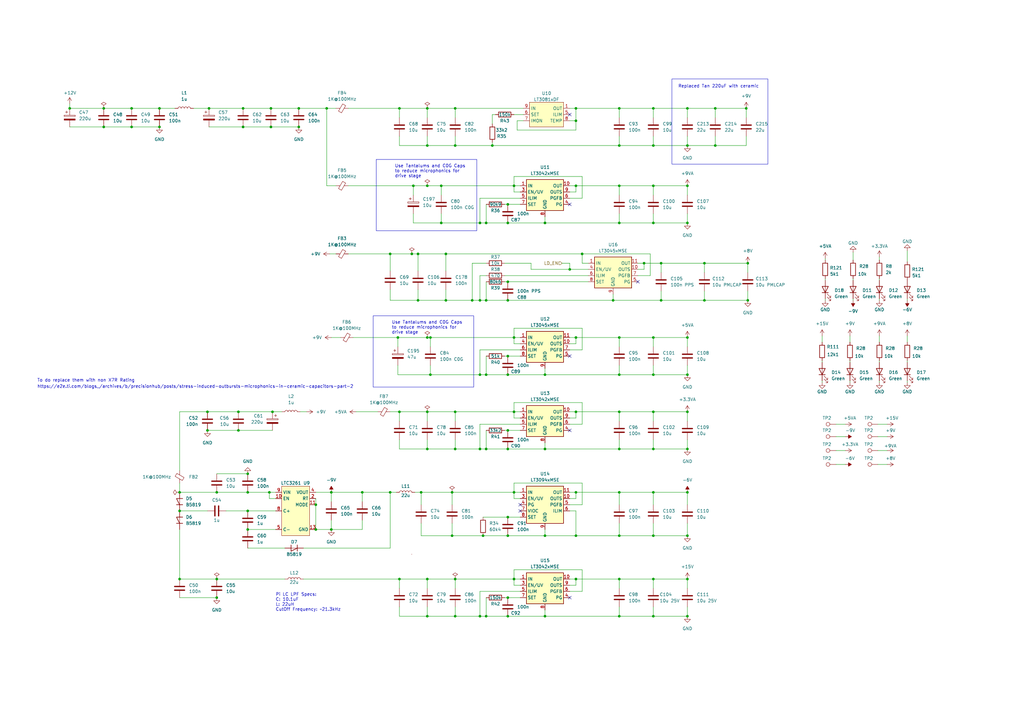
<source format=kicad_sch>
(kicad_sch (version 20230121) (generator eeschema)
  (paper "A3")
  (title_block (title "analog supply") (date "2023-11-09") (rev "r0_3") (company "M-Labs Limited") (comment 1 "Linus Woo Chun Kit"))
  (junction (at 175.26 237.49))
  (junction (at 223.52 184.15))
  (junction (at 236.22 76.2))
  (junction (at 210.82 201.93))
  (junction (at 65.405 44.45))
  (junction (at 210.82 76.2))
  (junction (at 236.22 168.91))
  (junction (at 185.42 219.71))
  (junction (at 101.6 217.17))
  (junction (at 254 184.15))
  (junction (at 208.28 245.11))
  (junction (at 185.42 201.93))
  (junction (at 208.28 176.53))
  (junction (at 135.89 217.17))
  (junction (at 133.985 44.45))
  (junction (at 193.675 123.19))
  (junction (at 281.94 59.69))
  (junction (at 293.37 44.45))
  (junction (at 210.82 138.43))
  (junction (at 254 91.44))
  (junction (at 236.22 49.53))
  (junction (at 208.28 252.73))
  (junction (at 196.85 184.15))
  (junction (at 88.9 237.49))
  (junction (at 199.39 252.73))
  (junction (at 176.53 138.43))
  (junction (at 208.28 184.15))
  (junction (at 65.405 52.07))
  (junction (at 254 44.45))
  (junction (at 238.76 104.14))
  (junction (at 267.97 76.2))
  (junction (at 199.39 153.67))
  (junction (at 254 237.49))
  (junction (at 111.76 168.91))
  (junction (at 306.705 107.95))
  (junction (at 160.02 201.93))
  (junction (at 85.725 44.45))
  (junction (at 53.975 52.07))
  (junction (at 175.26 59.69))
  (junction (at 267.97 201.93))
  (junction (at 99.695 52.07))
  (junction (at 28.575 44.45))
  (junction (at 281.94 138.43))
  (junction (at 267.97 138.43))
  (junction (at 168.91 104.14))
  (junction (at 85.09 168.91))
  (junction (at 196.85 91.44))
  (junction (at 199.39 123.19))
  (junction (at 267.97 252.73))
  (junction (at 281.94 237.49))
  (junction (at 186.69 252.73))
  (junction (at 293.37 59.69))
  (junction (at 208.28 123.19))
  (junction (at 254 219.71))
  (junction (at 97.79 168.91))
  (junction (at 148.59 201.93))
  (junction (at 223.52 153.67))
  (junction (at 223.52 91.44))
  (junction (at 236.22 44.45))
  (junction (at 101.6 209.55))
  (junction (at 281.94 76.2))
  (junction (at 281.94 201.93))
  (junction (at 281.94 168.91))
  (junction (at 306.705 123.19))
  (junction (at 186.69 237.49))
  (junction (at 186.69 184.15))
  (junction (at 163.83 168.91))
  (junction (at 236.22 219.71))
  (junction (at 254 168.91))
  (junction (at 281.94 252.73))
  (junction (at 251.46 123.19))
  (junction (at 180.975 76.2))
  (junction (at 182.88 104.14))
  (junction (at 198.12 219.71))
  (junction (at 281.94 184.15))
  (junction (at 267.97 44.45))
  (junction (at 135.89 201.93))
  (junction (at 233.68 110.49))
  (junction (at 180.975 91.44))
  (junction (at 267.97 168.91))
  (junction (at 175.26 168.91))
  (junction (at 281.94 219.71))
  (junction (at 186.69 59.69))
  (junction (at 208.28 83.82))
  (junction (at 122.555 52.07))
  (junction (at 236.22 201.93))
  (junction (at 99.695 44.45))
  (junction (at 254 153.67))
  (junction (at 254 138.43))
  (junction (at 210.82 168.91))
  (junction (at 281.94 91.44))
  (junction (at 254 59.69))
  (junction (at 267.97 184.15))
  (junction (at 171.45 123.19))
  (junction (at 288.925 123.19))
  (junction (at 254 76.2))
  (junction (at 101.6 201.93))
  (junction (at 175.26 252.73))
  (junction (at 122.555 44.45))
  (junction (at 196.85 123.19))
  (junction (at 160.02 104.14))
  (junction (at 208.28 91.44))
  (junction (at 208.28 153.67))
  (junction (at 73.66 209.55))
  (junction (at 201.93 59.69))
  (junction (at 267.97 237.49))
  (junction (at 208.28 212.09))
  (junction (at 196.85 252.73))
  (junction (at 111.125 52.07))
  (junction (at 175.26 184.15))
  (junction (at 176.53 153.67))
  (junction (at 171.45 104.14))
  (junction (at 88.9 201.93))
  (junction (at 254 201.93))
  (junction (at 85.09 176.53))
  (junction (at 110.49 201.93))
  (junction (at 208.28 115.57))
  (junction (at 264.16 107.95))
  (junction (at 267.97 219.71))
  (junction (at 208.28 146.05))
  (junction (at 223.52 252.73))
  (junction (at 73.66 201.93))
  (junction (at 97.79 176.53))
  (junction (at 267.97 59.69))
  (junction (at 42.545 52.07))
  (junction (at 236.22 237.49))
  (junction (at 281.94 153.67))
  (junction (at 223.52 219.71))
  (junction (at 175.26 76.2))
  (junction (at 208.28 219.71))
  (junction (at 288.925 107.95))
  (junction (at 306.07 44.45))
  (junction (at 169.545 76.2))
  (junction (at 175.26 138.43))
  (junction (at 163.83 44.45))
  (junction (at 199.39 184.15))
  (junction (at 101.6 194.31))
  (junction (at 88.9 245.11))
  (junction (at 163.195 138.43))
  (junction (at 267.97 91.44))
  (junction (at 271.145 123.19))
  (junction (at 175.26 44.45))
  (junction (at 210.82 237.49))
  (junction (at 254 252.73))
  (junction (at 281.94 44.45))
  (junction (at 73.66 237.49))
  (junction (at 163.83 237.49))
  (junction (at 186.69 168.91))
  (junction (at 129.54 207.01))
  (junction (at 53.975 44.45))
  (junction (at 267.97 153.67))
  (junction (at 111.125 44.45))
  (junction (at 42.545 44.45))
  (junction (at 186.69 44.45))
  (junction (at 271.145 107.95))
  (junction (at 182.88 123.19))
  (junction (at 129.54 217.17))
  (junction (at 172.72 201.93))
  (junction (at 236.22 138.43))
  (junction (at 199.39 91.44))
  (junction (at 196.85 153.67))
  (no_connect (at 233.68 176.53))
  (no_connect (at 233.68 245.11))
  (no_connect (at 261.62 115.57))
  (no_connect (at 233.68 46.99))
  (no_connect (at 213.36 209.55))
  (no_connect (at 213.36 207.01))
  (no_connect (at 233.68 83.82))
  (no_connect (at 233.68 146.05))
  (wire (pts (xy 88.9 201.93) (xy 101.6 201.93)))
  (wire (pts (xy 207.01 176.53) (xy 208.28 176.53)))
  (wire (pts (xy 28.575 42.545) (xy 28.575 44.45)))
  (wire (pts (xy 267.97 214.63) (xy 267.97 219.71)))
  (wire (pts (xy 267.97 153.67) (xy 267.97 149.86)))
  (wire (pts (xy 196.85 81.28) (xy 196.85 91.44)))
  (wire (pts (xy 175.26 241.3) (xy 175.26 237.49)))
  (wire (pts (xy 124.46 237.49) (xy 163.83 237.49)))
  (wire (pts (xy 254 237.49) (xy 254 241.3)))
  (wire (pts (xy 233.68 140.97) (xy 236.22 140.97)))
  (wire (pts (xy 148.59 201.93) (xy 148.59 205.74)))
  (wire (pts (xy 281.94 252.73) (xy 281.94 248.92)))
  (wire (pts (xy 271.145 107.95) (xy 271.145 111.76)))
  (wire (pts (xy 135.89 213.36) (xy 135.89 217.17)))
  (wire (pts (xy 163.83 252.73) (xy 163.83 248.92)))
  (wire (pts (xy 208.28 176.53) (xy 213.36 176.53)))
  (wire (pts (xy 349.885 106.68) (xy 349.885 103.505)))
  (wire (pts (xy 111.125 44.45) (xy 122.555 44.45)))
  (wire (pts (xy 135.89 217.17) (xy 129.54 217.17)))
  (wire (pts (xy 201.93 58.42) (xy 201.93 59.69)))
  (wire (pts (xy 196.85 91.44) (xy 199.39 91.44)))
  (wire (pts (xy 288.925 107.95) (xy 288.925 111.76)))
  (wire (pts (xy 342.9 179.07) (xy 346.71 179.07)))
  (wire (pts (xy 267.97 252.73) (xy 281.94 252.73)))
  (wire (pts (xy 186.69 172.72) (xy 186.69 168.91)))
  (wire (pts (xy 196.85 113.03) (xy 199.39 113.03)))
  (wire (pts (xy 236.22 219.71) (xy 223.52 219.71)))
  (wire (pts (xy 175.26 252.73) (xy 175.26 248.92)))
  (wire (pts (xy 160.02 123.19) (xy 171.45 123.19)))
  (wire (pts (xy 163.195 138.43) (xy 163.195 142.24)))
  (wire (pts (xy 185.42 219.71) (xy 198.12 219.71)))
  (wire (pts (xy 201.93 50.8) (xy 201.93 46.99)))
  (wire (pts (xy 267.97 153.67) (xy 281.94 153.67)))
  (wire (pts (xy 85.09 176.53) (xy 97.79 176.53)))
  (wire (pts (xy 207.01 115.57) (xy 208.28 115.57)))
  (wire (pts (xy 210.82 76.2) (xy 213.36 76.2)))
  (wire (pts (xy 85.09 168.91) (xy 97.79 168.91)))
  (wire (pts (xy 342.9 184.785) (xy 346.71 184.785)))
  (wire (pts (xy 163.83 59.69) (xy 175.26 59.69)))
  (wire (pts (xy 210.82 237.49) (xy 213.36 237.49)))
  (wire (pts (xy 254 219.71) (xy 254 214.63)))
  (wire (pts (xy 199.39 184.15) (xy 208.28 184.15)))
  (wire (pts (xy 129.54 201.93) (xy 135.89 201.93)))
  (wire (pts (xy 142.875 104.14) (xy 160.02 104.14)))
  (wire (pts (xy 293.37 44.45) (xy 281.94 44.45)))
  (wire (pts (xy 337.185 137.795) (xy 337.185 140.335)))
  (wire (pts (xy 199.39 252.73) (xy 208.28 252.73)))
  (wire (pts (xy 170.18 201.93) (xy 172.72 201.93)))
  (wire (pts (xy 180.975 80.01) (xy 180.975 76.2)))
  (wire (pts (xy 199.39 245.11) (xy 199.39 252.73)))
  (wire (pts (xy 172.72 214.63) (xy 172.72 219.71)))
  (wire (pts (xy 92.71 209.55) (xy 101.6 209.55)))
  (wire (pts (xy 168.91 104.14) (xy 171.45 104.14)))
  (wire (pts (xy 208.28 184.15) (xy 223.52 184.15)))
  (wire (pts (xy 175.26 184.15) (xy 186.69 184.15)))
  (wire (pts (xy 182.88 118.745) (xy 182.88 123.19)))
  (wire (pts (xy 208.28 91.44) (xy 223.52 91.44)))
  (wire (pts (xy 213.36 204.47) (xy 210.82 204.47)))
  (wire (pts (xy 122.555 44.45) (xy 133.985 44.45)))
  (wire (pts (xy 254 219.71) (xy 267.97 219.71)))
  (wire (pts (xy 208.28 115.57) (xy 241.3 115.57)))
  (wire (pts (xy 163.83 252.73) (xy 175.26 252.73)))
  (wire (pts (xy 185.42 201.93) (xy 210.82 201.93)))
  (wire (pts (xy 186.69 168.91) (xy 210.82 168.91)))
  (wire (pts (xy 293.37 59.69) (xy 306.07 59.69)))
  (wire (pts (xy 199.39 115.57) (xy 199.39 123.19)))
  (wire (pts (xy 180.975 91.44) (xy 180.975 87.63)))
  (wire (pts (xy 199.39 146.05) (xy 199.39 153.67)))
  (wire (pts (xy 254 153.67) (xy 254 149.86)))
  (wire (pts (xy 238.76 134.62) (xy 210.82 134.62)))
  (wire (pts (xy 169.545 76.2) (xy 175.26 76.2)))
  (wire (pts (xy 199.39 153.67) (xy 208.28 153.67)))
  (wire (pts (xy 281.94 59.69) (xy 293.37 59.69)))
  (wire (pts (xy 172.72 219.71) (xy 185.42 219.71)))
  (wire (pts (xy 223.52 91.44) (xy 254 91.44)))
  (wire (pts (xy 236.22 240.03) (xy 236.22 237.49)))
  (wire (pts (xy 101.6 224.79) (xy 116.84 224.79)))
  (wire (pts (xy 198.12 219.71) (xy 208.28 219.71)))
  (wire (pts (xy 254 184.15) (xy 254 180.34)))
  (wire (pts (xy 210.82 140.97) (xy 210.82 138.43)))
  (wire (pts (xy 42.545 52.07) (xy 53.975 52.07)))
  (wire (pts (xy 196.85 81.28) (xy 213.36 81.28)))
  (wire (pts (xy 267.97 59.69) (xy 254 59.69)))
  (wire (pts (xy 212.09 49.53) (xy 214.63 49.53)))
  (wire (pts (xy 271.145 107.95) (xy 288.925 107.95)))
  (wire (pts (xy 267.97 91.44) (xy 267.97 87.63)))
  (wire (pts (xy 223.52 250.19) (xy 223.52 252.73)))
  (wire (pts (xy 271.145 123.19) (xy 271.145 119.38)))
  (wire (pts (xy 254 201.93) (xy 267.97 201.93)))
  (wire (pts (xy 372.11 140.335) (xy 372.11 137.795)))
  (wire (pts (xy 360.68 114.3) (xy 360.68 114.935)))
  (wire (pts (xy 186.69 44.45) (xy 214.63 44.45)))
  (wire (pts (xy 196.85 173.99) (xy 213.36 173.99)))
  (wire (pts (xy 360.045 184.785) (xy 363.855 184.785)))
  (wire (pts (xy 175.26 184.15) (xy 175.26 180.34)))
  (wire (pts (xy 261.62 113.03) (xy 266.7 113.03)))
  (wire (pts (xy 238.76 107.95) (xy 241.3 107.95)))
  (wire (pts (xy 186.69 241.3) (xy 186.69 237.49)))
  (wire (pts (xy 254 237.49) (xy 267.97 237.49)))
  (wire (pts (xy 146.05 168.91) (xy 154.94 168.91)))
  (wire (pts (xy 236.22 237.49) (xy 254 237.49)))
  (wire (pts (xy 210.82 201.93) (xy 213.36 201.93)))
  (wire (pts (xy 160.02 118.745) (xy 160.02 123.19)))
  (wire (pts (xy 236.22 44.45) (xy 236.22 49.53)))
  (wire (pts (xy 207.01 245.11) (xy 208.28 245.11)))
  (wire (pts (xy 182.88 104.14) (xy 238.76 104.14)))
  (wire (pts (xy 210.82 78.74) (xy 210.82 76.2)))
  (wire (pts (xy 196.85 252.73) (xy 199.39 252.73)))
  (wire (pts (xy 176.53 153.67) (xy 196.85 153.67)))
  (wire (pts (xy 236.22 219.71) (xy 254 219.71)))
  (wire (pts (xy 210.82 138.43) (xy 213.36 138.43)))
  (wire (pts (xy 73.66 237.49) (xy 88.9 237.49)))
  (wire (pts (xy 171.45 104.14) (xy 182.88 104.14)))
  (wire (pts (xy 73.66 198.12) (xy 73.66 201.93)))
  (wire (pts (xy 337.185 148.59) (xy 337.185 147.955)))
  (wire (pts (xy 238.76 173.99) (xy 238.76 165.1)))
  (wire (pts (xy 175.26 172.72) (xy 175.26 168.91)))
  (wire (pts (xy 99.695 52.07) (xy 111.125 52.07)))
  (wire (pts (xy 73.66 237.49) (xy 73.66 217.17)))
  (wire (pts (xy 238.76 165.1) (xy 210.82 165.1)))
  (wire (pts (xy 208.28 123.19) (xy 251.46 123.19)))
  (wire (pts (xy 199.39 107.95) (xy 193.675 107.95)))
  (wire (pts (xy 99.695 44.45) (xy 111.125 44.45)))
  (wire (pts (xy 281.94 76.2) (xy 281.94 80.01)))
  (wire (pts (xy 163.83 172.72) (xy 163.83 168.91)))
  (wire (pts (xy 281.94 184.15) (xy 281.94 180.34)))
  (wire (pts (xy 201.93 46.99) (xy 203.2 46.99)))
  (wire (pts (xy 266.7 104.14) (xy 238.76 104.14)))
  (wire (pts (xy 210.82 240.03) (xy 210.82 237.49)))
  (wire (pts (xy 281.94 168.91) (xy 281.94 172.72)))
  (wire (pts (xy 233.68 143.51) (xy 238.76 143.51)))
  (wire (pts (xy 254 48.26) (xy 254 44.45)))
  (wire (pts (xy 196.85 113.03) (xy 196.85 123.19)))
  (wire (pts (xy 236.22 201.93) (xy 254 201.93)))
  (wire (pts (xy 175.26 168.91) (xy 186.69 168.91)))
  (wire (pts (xy 233.68 240.03) (xy 236.22 240.03)))
  (wire (pts (xy 201.93 59.69) (xy 254 59.69)))
  (wire (pts (xy 175.26 44.45) (xy 186.69 44.45)))
  (wire (pts (xy 142.875 44.45) (xy 163.83 44.45)))
  (wire (pts (xy 111.125 52.07) (xy 122.555 52.07)))
  (wire (pts (xy 236.22 138.43) (xy 254 138.43)))
  (wire (pts (xy 110.49 201.93) (xy 113.03 201.93)))
  (wire (pts (xy 360.045 179.07) (xy 363.855 179.07)))
  (wire (pts (xy 233.68 173.99) (xy 238.76 173.99)))
  (wire (pts (xy 217.805 107.95) (xy 217.805 110.49)))
  (wire (pts (xy 210.82 134.62) (xy 210.82 138.43)))
  (wire (pts (xy 267.97 76.2) (xy 267.97 80.01)))
  (wire (pts (xy 267.97 138.43) (xy 281.94 138.43)))
  (wire (pts (xy 254 44.45) (xy 267.97 44.45)))
  (wire (pts (xy 254 91.44) (xy 267.97 91.44)))
  (wire (pts (xy 288.925 123.19) (xy 288.925 119.38)))
  (wire (pts (xy 266.7 113.03) (xy 266.7 104.14)))
  (wire (pts (xy 223.52 151.13) (xy 223.52 153.67)))
  (wire (pts (xy 233.68 110.49) (xy 241.3 110.49)))
  (wire (pts (xy 233.68 138.43) (xy 236.22 138.43)))
  (wire (pts (xy 163.83 59.69) (xy 163.83 55.88)))
  (wire (pts (xy 233.68 81.28) (xy 238.76 81.28)))
  (wire (pts (xy 196.85 153.67) (xy 199.39 153.67)))
  (wire (pts (xy 223.52 181.61) (xy 223.52 184.15)))
  (wire (pts (xy 113.03 204.47) (xy 110.49 204.47)))
  (wire (pts (xy 73.66 245.11) (xy 88.9 245.11)))
  (wire (pts (xy 186.69 59.69) (xy 201.93 59.69)))
  (wire (pts (xy 176.53 153.67) (xy 176.53 149.86)))
  (wire (pts (xy 233.68 76.2) (xy 236.22 76.2)))
  (wire (pts (xy 185.42 214.63) (xy 185.42 219.71)))
  (wire (pts (xy 182.88 104.14) (xy 182.88 111.125)))
  (wire (pts (xy 208.28 252.73) (xy 223.52 252.73)))
  (wire (pts (xy 348.615 148.59) (xy 348.615 147.955)))
  (wire (pts (xy 175.26 252.73) (xy 186.69 252.73)))
  (wire (pts (xy 186.69 48.26) (xy 186.69 44.45)))
  (wire (pts (xy 135.89 201.93) (xy 148.59 201.93)))
  (wire (pts (xy 115.57 168.91) (xy 111.76 168.91)))
  (wire (pts (xy 123.19 168.91) (xy 125.73 168.91)))
  (wire (pts (xy 267.97 44.45) (xy 281.94 44.45)))
  (wire (pts (xy 199.39 176.53) (xy 199.39 184.15)))
  (wire (pts (xy 254 168.91) (xy 254 172.72)))
  (wire (pts (xy 254 201.93) (xy 254 207.01)))
  (wire (pts (xy 185.42 201.93) (xy 185.42 207.01)))
  (wire (pts (xy 135.89 201.93) (xy 135.89 205.74)))
  (wire (pts (xy 213.36 78.74) (xy 210.82 78.74)))
  (wire (pts (xy 267.97 48.26) (xy 267.97 44.45)))
  (wire (pts (xy 163.83 237.49) (xy 175.26 237.49)))
  (wire (pts (xy 196.85 143.51) (xy 213.36 143.51)))
  (wire (pts (xy 186.69 252.73) (xy 186.69 248.92)))
  (wire (pts (xy 163.195 138.43) (xy 175.26 138.43)))
  (wire (pts (xy 233.68 168.91) (xy 236.22 168.91)))
  (wire (pts (xy 212.09 49.53) (xy 212.09 53.34)))
  (wire (pts (xy 372.11 102.87) (xy 372.11 107.315)))
  (wire (pts (xy 176.53 138.43) (xy 210.82 138.43)))
  (wire (pts (xy 236.22 49.53) (xy 233.68 49.53)))
  (wire (pts (xy 271.145 123.19) (xy 288.925 123.19)))
  (wire (pts (xy 338.455 114.935) (xy 338.455 114.3)))
  (wire (pts (xy 233.68 171.45) (xy 236.22 171.45)))
  (wire (pts (xy 254 91.44) (xy 254 87.63)))
  (wire (pts (xy 293.37 55.88) (xy 293.37 59.69)))
  (wire (pts (xy 238.76 81.28) (xy 238.76 72.39)))
  (wire (pts (xy 213.36 240.03) (xy 210.82 240.03)))
  (wire (pts (xy 236.22 209.55) (xy 236.22 219.71)))
  (wire (pts (xy 163.195 153.67) (xy 176.53 153.67)))
  (wire (pts (xy 254 153.67) (xy 267.97 153.67)))
  (wire (pts (xy 101.6 217.17) (xy 113.03 217.17)))
  (wire (pts (xy 163.83 241.3) (xy 163.83 237.49)))
  (wire (pts (xy 306.07 44.45) (xy 293.37 44.45)))
  (wire (pts (xy 233.68 242.57) (xy 238.76 242.57)))
  (wire (pts (xy 236.22 168.91) (xy 254 168.91)))
  (wire (pts (xy 223.52 219.71) (xy 223.52 217.17)))
  (wire (pts (xy 160.02 224.79) (xy 160.02 201.93)))
  (wire (pts (xy 163.83 48.26) (xy 163.83 44.45)))
  (wire (pts (xy 236.22 53.34) (xy 236.22 49.53)))
  (wire (pts (xy 65.405 44.45) (xy 71.755 44.45)))
  (wire (pts (xy 267.97 201.93) (xy 281.94 201.93)))
  (wire (pts (xy 306.07 48.26) (xy 306.07 44.45)))
  (wire (pts (xy 148.59 217.17) (xy 135.89 217.17)))
  (wire (pts (xy 79.375 44.45) (xy 85.725 44.45)))
  (wire (pts (xy 338.455 106.045) (xy 338.455 106.68)))
  (wire (pts (xy 175.26 48.26) (xy 175.26 44.45)))
  (wire (pts (xy 267.97 237.49) (xy 281.94 237.49)))
  (wire (pts (xy 207.01 107.95) (xy 217.805 107.95)))
  (wire (pts (xy 110.49 204.47) (xy 110.49 201.93)))
  (wire (pts (xy 175.26 59.69) (xy 175.26 55.88)))
  (wire (pts (xy 210.82 168.91) (xy 213.36 168.91)))
  (wire (pts (xy 267.97 201.93) (xy 267.97 207.01)))
  (wire (pts (xy 198.12 212.09) (xy 208.28 212.09)))
  (wire (pts (xy 342.9 190.5) (xy 346.71 190.5)))
  (wire (pts (xy 254 252.73) (xy 254 248.92)))
  (wire (pts (xy 233.68 78.74) (xy 236.22 78.74)))
  (wire (pts (xy 172.72 201.93) (xy 172.72 207.01)))
  (wire (pts (xy 238.76 72.39) (xy 210.82 72.39)))
  (wire (pts (xy 199.39 123.19) (xy 208.28 123.19)))
  (wire (pts (xy 254 252.73) (xy 267.97 252.73)))
  (wire (pts (xy 264.16 107.95) (xy 271.145 107.95)))
  (wire (pts (xy 236.22 140.97) (xy 236.22 138.43)))
  (wire (pts (xy 129.54 207.01) (xy 129.54 217.17)))
  (wire (pts (xy 267.97 252.73) (xy 267.97 248.92)))
  (wire (pts (xy 261.62 110.49) (xy 264.16 110.49)))
  (wire (pts (xy 28.575 44.45) (xy 42.545 44.45)))
  (wire (pts (xy 186.69 59.69) (xy 186.69 55.88)))
  (wire (pts (xy 142.875 76.2) (xy 169.545 76.2)))
  (wire (pts (xy 137.795 76.2) (xy 133.985 76.2)))
  (wire (pts (xy 254 55.88) (xy 254 59.69)))
  (wire (pts (xy 288.925 123.19) (xy 306.705 123.19)))
  (wire (pts (xy 196.85 242.57) (xy 196.85 252.73)))
  (wire (pts (xy 267.97 91.44) (xy 281.94 91.44)))
  (wire (pts (xy 360.045 173.99) (xy 363.855 173.99)))
  (wire (pts (xy 73.66 209.55) (xy 85.09 209.55)))
  (wire (pts (xy 186.69 237.49) (xy 210.82 237.49)))
  (wire (pts (xy 101.6 201.93) (xy 110.49 201.93)))
  (wire (pts (xy 85.725 44.45) (xy 99.695 44.45)))
  (wire (pts (xy 186.69 184.15) (xy 186.69 180.34)))
  (wire (pts (xy 264.16 110.49) (xy 264.16 107.95)))
  (wire (pts (xy 73.66 168.91) (xy 73.66 193.04)))
  (wire (pts (xy 210.82 46.99) (xy 214.63 46.99)))
  (wire (pts (xy 133.985 44.45) (xy 133.985 76.2)))
  (wire (pts (xy 135.255 104.14) (xy 137.795 104.14)))
  (wire (pts (xy 349.885 114.935) (xy 349.885 114.3)))
  (wire (pts (xy 88.9 237.49) (xy 116.84 237.49)))
  (wire (pts (xy 169.545 91.44) (xy 180.975 91.44)))
  (wire (pts (xy 261.62 107.95) (xy 264.16 107.95)))
  (wire (pts (xy 210.82 72.39) (xy 210.82 76.2)))
  (wire (pts (xy 281.94 44.45) (xy 281.94 48.26)))
  (wire (pts (xy 254 76.2) (xy 267.97 76.2)))
  (wire (pts (xy 233.68 237.49) (xy 236.22 237.49)))
  (wire (pts (xy 193.675 123.19) (xy 196.85 123.19)))
  (wire (pts (xy 196.85 123.19) (xy 199.39 123.19)))
  (wire (pts (xy 238.76 198.12) (xy 210.82 198.12)))
  (wire (pts (xy 233.68 44.45) (xy 236.22 44.45)))
  (wire (pts (xy 135.89 138.43) (xy 139.7 138.43)))
  (wire (pts (xy 196.85 143.51) (xy 196.85 153.67)))
  (wire (pts (xy 281.94 91.44) (xy 281.94 87.63)))
  (wire (pts (xy 28.575 52.07) (xy 42.545 52.07)))
  (wire (pts (xy 338.455 123.19) (xy 338.455 122.555)))
  (wire (pts (xy 196.85 173.99) (xy 196.85 184.15)))
  (wire (pts (xy 281.94 138.43) (xy 281.94 142.24)))
  (wire (pts (xy 281.94 153.67) (xy 281.94 149.86)))
  (wire (pts (xy 233.68 204.47) (xy 236.22 204.47)))
  (wire (pts (xy 199.39 91.44) (xy 208.28 91.44)))
  (wire (pts (xy 230.505 107.95) (xy 233.68 107.95)))
  (wire (pts (xy 238.76 207.01) (xy 238.76 198.12)))
  (wire (pts (xy 372.11 122.555) (xy 372.11 123.19)))
  (wire (pts (xy 163.83 168.91) (xy 175.26 168.91)))
  (wire (pts (xy 236.22 78.74) (xy 236.22 76.2)))
  (wire (pts (xy 207.01 146.05) (xy 208.28 146.05)))
  (wire (pts (xy 196.85 184.15) (xy 199.39 184.15)))
  (wire (pts (xy 233.68 107.95) (xy 233.68 110.49)))
  (wire (pts (xy 212.09 53.34) (xy 236.22 53.34)))
  (wire (pts (xy 196.85 242.57) (xy 213.36 242.57)))
  (wire (pts (xy 208.28 153.67) (xy 223.52 153.67)))
  (wire (pts (xy 210.82 171.45) (xy 210.82 168.91)))
  (wire (pts (xy 180.975 76.2) (xy 210.82 76.2)))
  (wire (pts (xy 210.82 198.12) (xy 210.82 201.93)))
  (wire (pts (xy 133.985 44.45) (xy 137.795 44.45)))
  (wire (pts (xy 213.36 140.97) (xy 210.82 140.97)))
  (wire (pts (xy 238.76 242.57) (xy 238.76 233.68)))
  (wire (pts (xy 88.9 194.31) (xy 101.6 194.31)))
  (wire (pts (xy 182.88 123.19) (xy 193.675 123.19)))
  (wire (pts (xy 306.705 123.19) (xy 306.705 119.38)))
  (wire (pts (xy 267.97 168.91) (xy 267.97 172.72)))
  (wire (pts (xy 293.37 44.45) (xy 293.37 48.26)))
  (wire (pts (xy 171.45 123.19) (xy 182.88 123.19)))
  (wire (pts (xy 267.97 76.2) (xy 281.94 76.2)))
  (wire (pts (xy 176.53 142.24) (xy 176.53 138.43)))
  (wire (pts (xy 53.975 52.07) (xy 65.405 52.07)))
  (wire (pts (xy 210.82 204.47) (xy 210.82 201.93)))
  (wire (pts (xy 360.68 156.845) (xy 360.68 156.21)))
  (wire (pts (xy 372.11 148.59) (xy 372.11 147.955)))
  (wire (pts (xy 342.9 173.99) (xy 346.71 173.99)))
  (wire (pts (xy 238.76 233.68) (xy 210.82 233.68)))
  (wire (pts (xy 254 138.43) (xy 267.97 138.43)))
  (wire (pts (xy 171.45 118.745) (xy 171.45 123.19)))
  (wire (pts (xy 251.46 120.65) (xy 251.46 123.19)))
  (wire (pts (xy 267.97 219.71) (xy 281.94 219.71)))
  (wire (pts (xy 208.28 245.11) (xy 213.36 245.11)))
  (wire (pts (xy 223.52 88.9) (xy 223.52 91.44)))
  (wire (pts (xy 73.66 168.91) (xy 85.09 168.91)))
  (wire (pts (xy 360.68 106.68) (xy 360.68 105.41)))
  (wire (pts (xy 267.97 237.49) (xy 267.97 241.3)))
  (wire (pts (xy 254 184.15) (xy 267.97 184.15)))
  (wire (pts (xy 360.045 190.5) (xy 363.855 190.5)))
  (wire (pts (xy 236.22 171.45) (xy 236.22 168.91)))
  (wire (pts (xy 210.82 233.68) (xy 210.82 237.49)))
  (wire (pts (xy 281.94 55.88) (xy 281.94 59.69)))
  (wire (pts (xy 372.11 156.845) (xy 372.11 156.21)))
  (wire (pts (xy 42.545 44.45) (xy 53.975 44.45)))
  (wire (pts (xy 199.39 83.82) (xy 199.39 91.44)))
  (wire (pts (xy 160.02 168.91) (xy 163.83 168.91)))
  (wire (pts (xy 124.46 224.79) (xy 160.02 224.79)))
  (wire (pts (xy 254 138.43) (xy 254 142.24)))
  (wire (pts (xy 208.28 212.09) (xy 213.36 212.09)))
  (wire (pts (xy 171.45 104.14) (xy 171.45 111.125)))
  (wire (pts (xy 210.82 165.1) (xy 210.82 168.91)))
  (wire (pts (xy 288.925 107.95) (xy 306.705 107.95)))
  (wire (pts (xy 306.07 59.69) (xy 306.07 55.88)))
  (wire (pts (xy 175.26 76.2) (xy 180.975 76.2)))
  (wire (pts (xy 53.975 44.45) (xy 65.405 44.45)))
  (wire (pts (xy 175.26 59.69) (xy 186.69 59.69)))
  (wire (pts (xy 163.83 184.15) (xy 175.26 184.15)))
  (wire (pts (xy 208.28 146.05) (xy 213.36 146.05)))
  (wire (pts (xy 175.26 237.49) (xy 186.69 237.49)))
  (wire (pts (xy 254 168.91) (xy 267.97 168.91)))
  (wire (pts (xy 111.76 168.91) (xy 97.79 168.91)))
  (wire (pts (xy 348.615 140.335) (xy 348.615 137.795)))
  (wire (pts (xy 160.02 201.93) (xy 148.59 201.93)))
  (wire (pts (xy 348.615 156.21) (xy 348.615 156.845)))
  (wire (pts (xy 172.72 201.93) (xy 185.42 201.93)))
  (wire (pts (xy 169.545 91.44) (xy 169.545 87.63)))
  (wire (pts (xy 281.94 201.93) (xy 281.94 207.01)))
  (wire (pts (xy 85.725 52.07) (xy 99.695 52.07)))
  (wire (pts (xy 101.6 209.55) (xy 113.03 209.55)))
  (wire (pts (xy 223.52 153.67) (xy 254 153.67)))
  (wire (pts (xy 160.02 104.14) (xy 168.91 104.14)))
  (wire (pts (xy 238.76 143.51) (xy 238.76 134.62)))
  (wire (pts (xy 73.66 201.93) (xy 88.9 201.93)))
  (wire (pts (xy 160.02 104.14) (xy 160.02 111.125)))
  (wire (pts (xy 175.26 138.43) (xy 176.53 138.43)))
  (wire (pts (xy 360.68 148.59) (xy 360.68 147.955)))
  (wire (pts (xy 267.97 168.91) (xy 281.94 168.91)))
  (wire (pts (xy 233.68 207.01) (xy 238.76 207.01)))
  (wire (pts (xy 236.22 76.2) (xy 254 76.2)))
  (wire (pts (xy 236.22 204.47) (xy 236.22 201.93)))
  (wire (pts (xy 193.675 107.95) (xy 193.675 123.19)))
  (wire (pts (xy 236.22 44.45) (xy 254 44.45)))
  (wire (pts (xy 144.78 138.43) (xy 163.195 138.43)))
  (wire (pts (xy 208.28 219.71) (xy 223.52 219.71)))
  (wire (pts (xy 236.22 209.55) (xy 233.68 209.55)))
  (wire (pts (xy 111.76 176.53) (xy 97.79 176.53)))
  (wire (pts (xy 186.69 184.15) (xy 196.85 184.15)))
  (wire (pts (xy 337.185 156.21) (xy 337.185 156.845)))
  (wire (pts (xy 267.97 184.15) (xy 267.97 180.34)))
  (wire (pts (xy 207.01 83.82) (xy 208.28 83.82)))
  (wire (pts (xy 163.195 149.86) (xy 163.195 153.67)))
  (wire (pts (xy 267.97 138.43) (xy 267.97 142.24)))
  (wire (pts (xy 217.805 110.49) (xy 233.68 110.49)))
  (wire (pts (xy 213.36 171.45) (xy 210.82 171.45)))
  (wire (pts (xy 349.885 122.555) (xy 349.885 123.19)))
  (wire (pts (xy 360.68 140.335) (xy 360.68 137.795)))
  (wire (pts (xy 233.68 201.93) (xy 236.22 201.93)))
  (wire (pts (xy 254 76.2) (xy 254 80.01)))
  (wire (pts (xy 251.46 123.19) (xy 271.145 123.19)))
  (wire (pts (xy 163.83 44.45) (xy 175.26 44.45)))
  (wire (pts (xy 223.52 184.15) (xy 254 184.15)))
  (wire (pts (xy 208.28 83.82) (xy 213.36 83.82)))
  (wire (pts (xy 180.975 91.44) (xy 196.85 91.44)))
  (wire (pts (xy 306.705 107.95) (xy 306.705 111.76)))
  (wire (pts (xy 360.68 122.555) (xy 360.68 123.19)))
  (wire (pts (xy 281.94 237.49) (xy 281.94 241.3)))
  (wire (pts (xy 148.59 213.36) (xy 148.59 217.17)))
  (wire (pts (xy 267.97 55.88) (xy 267.97 59.69)))
  (wire (pts (xy 129.54 204.47) (xy 129.54 207.01)))
  (wire (pts (xy 267.97 59.69) (xy 281.94 59.69)))
  (wire (pts (xy 223.52 252.73) (xy 254 252.73)))
  (wire (pts (xy 186.69 252.73) (xy 196.85 252.73)))
  (wire (pts (xy 267.97 184.15) (xy 281.94 184.15)))
  (wire (pts (xy 238.76 104.14) (xy 238.76 107.95)))
  (wire (pts (xy 160.02 201.93) (xy 162.56 201.93)))
  (wire (pts (xy 281.94 214.63) (xy 281.94 219.71)))
  (wire (pts (xy 169.545 80.01) (xy 169.545 76.2)))
  (wire (pts (xy 163.83 184.15) (xy 163.83 180.34)))
  (wire (pts (xy 207.01 113.03) (xy 241.3 113.03)))
  (rectangle (start 154.305 65.405) (end 195.58 94.615))
  (rectangle (start 275.59 32.385) (end 314.96 67.31))
  (rectangle (start 153.035 129.54) (end 194.31 158.75))
  (text "Pi LC LPF Specs:\nC: 10.1uF\nL: 22uH\nCutOff Frequency: ~21.3kHz" (at 113.03 250.825 0) (effects (font (size 1.27 1.27)) (justify left bottom)))
  (text "To do replace them with non X7R Rating" (at 15.24 156.845 0) (effects (font (size 1.27 1.27)) (justify left bottom)))
  (text "Replaced Tan 220uF with ceramic" (at 278.13 36.195 0) (effects (font (size 1.27 1.27)) (justify left bottom)))
  (text "Use Tantalums and C0G Caps\nto reduce microphonics for \ndrive stage" (at 161.925 73.025 0) (effects (font (size 1.27 1.27)) (justify left bottom)))
  (text "https://e2e.ti.com/blogs_/archives/b/precisionhub/posts/stress-induced-outbursts-microphonics-in-ceramic-capacitors-part-2" (at 15.24 159.385 0) (effects (font (size 1.27 1.27)) (justify left bottom)))
  (text "Use Tantalums and C0G Caps\nto reduce microphonics for \ndrive stage" (at 160.655 137.16 0) (effects (font (size 1.27 1.27)) (justify left bottom)))
  (hierarchical_label "LD_EN" (shape input) (at 230.505 107.95 180))
  (symbol (lib_id "Device:R") (at 198.12 215.9 0) (unit 1)
    (property "Reference" "R34" (at 200.66 214.6299 0) (effects (justify left)))
    (property "Value" "60k4" (at 200.66 217.1699 0) (effects (justify left)))
    (property "Footprint" "Resistor_SMD:R_0603_1608Metric" (effects hide))
    (property "MFR_PN" "RT0603FRE0760K4L" (effects hide))
    (property "MFR_PN_ALT" "RC0603FR-0760K4L" (effects hide))
  )
  (symbol (lib_id "Device:LED") (at 349.885 118.745 90) (unit 1)
    (property "Reference" "D11" (at 353.695 119.0625 90) (effects (justify right)))
    (property "Value" "Green" (at 353.695 121.6025 90) (effects (justify right)))
    (property "Footprint" "LED_SMD:LED_0603_1608Metric" (effects hide))
    (property "MFR_PN" "150060GS75000" (effects hide))
  )
  (symbol (lib_id "Device:LED") (at 372.11 152.4 90) (unit 1)
    (property "Reference" "D17" (at 375.92 152.7175 90) (effects (justify right)))
    (property "Value" "Green" (at 375.92 155.2575 90) (effects (justify right)))
    (property "Footprint" "LED_SMD:LED_0603_1608Metric" (effects hide))
    (property "MFR_PN" "150060GS75000" (effects hide))
  )
  (symbol (lib_id "Device:C") (at 85.09 172.72 0) (mirror y) (unit 1)
    (property "Reference" "C52" (at 81.28 171.4499 0) (effects (justify left)))
    (property "Value" "100n" (at 81.28 173.9899 0) (effects (justify left)))
    (property "Footprint" "Capacitor_SMD:C_0603_1608Metric" (effects hide))
    (property "MFR_PN" "CL10B104KB8NNWC" (effects hide))
    (property "MFR_PN_ALT" "CL10B104KB8NNNL" (effects hide))
  )
  (symbol (lib_id "Device:C") (at 254 83.82 0) (unit 1)
    (property "Reference" "C94" (at 257.81 82.5499 0) (effects (justify left)))
    (property "Value" "100n" (at 257.81 85.0899 0) (effects (justify left)))
    (property "Footprint" "Capacitor_SMD:C_0603_1608Metric" (effects hide))
    (property "MFR_PN" "CL10B104KB8NNWC" (effects hide))
    (property "MFR_PN_ALT" "CL10B104KB8NNNL" (effects hide))
  )
  (symbol (lib_id "power:+5VA") (at 281.94 138.43 0) (unit 1)
    (property "Reference" "#PWR089" (effects hide))
    (property "Value" "+5VA" (at 281.94 133.35 0))
  )
  (symbol (lib_id "Device:C") (at 101.6 213.36 0) (unit 1)
    (property "Reference" "C59" (at 105.41 212.0899 0) (effects (justify left)))
    (property "Value" "1u" (at 105.41 214.6299 0) (effects (justify left)))
    (property "Footprint" "Capacitor_SMD:C_0603_1608Metric" (effects hide))
    (property "MFR_PN" "CL10B105KA8NNNC" (effects hide))
    (property "MFR_PN_ALT" "CGA3E1X7R1E105K080AC" (effects hide))
  )
  (symbol (lib_id "power:PWR_FLAG") (at 175.26 76.2 0) (unit 1)
    (property "Reference" "#FLG010" (effects hide))
    (property "Value" "PWR_FLAG" (effects hide))
  )
  (symbol (lib_id "Device:C") (at 148.59 209.55 0) (unit 1)
    (property "Reference" "C66" (at 152.4 208.2799 0) (effects (justify left)))
    (property "Value" "10u" (at 152.4 210.8199 0) (effects (justify left)))
    (property "Footprint" "Capacitor_SMD:C_0805_2012Metric" (effects hide))
    (property "MFR_PN" "CL21B106KOQNNNG" (effects hide))
    (property "MFR_PN_ALT" "CL21B106KOQNNNE" (effects hide))
  )
  (symbol (lib_id "Device:R") (at 203.2 83.82 90) (unit 1)
    (property "Reference" "R36" (at 203.2 86.36 90))
    (property "Value" "90k9" (at 203.2 83.82 90))
    (property "Footprint" "Resistor_SMD:R_0603_1608Metric" (effects hide))
    (property "MFR_PN" "RT0603FRE0790K9L" (effects hide))
    (property "MFR_PN_ALT" "ERJ-UP3F9092V" (effects hide))
  )
  (symbol (lib_id "Device:R") (at 203.2 245.11 90) (unit 1)
    (property "Reference" "R42" (at 203.2 247.65 90))
    (property "Value" "150k" (at 203.2 245.11 90))
    (property "Footprint" "Resistor_SMD:R_0603_1608Metric" (effects hide))
    (property "MFR_PN" "CRGCQ0603F150K" (effects hide))
    (property "MFR_PN_ALT" "RMCF0603FG150K" (effects hide))
  )
  (symbol (lib_id "Device:C") (at 281.94 210.82 0) (unit 1)
    (property "Reference" "C110" (at 285.75 209.5499 0) (effects (justify left)))
    (property "Value" "10u" (at 285.75 212.0899 0) (effects (justify left)))
    (property "Footprint" "Capacitor_SMD:C_0805_2012Metric" (effects hide))
    (property "MFR_PN" "GRM21BZ71E106KE15K" (effects hide))
    (property "MFR_PN_ALT" "GRM21BZ71E106KE15L" (effects hide))
  )
  (symbol (lib_id "Device:C") (at 99.695 48.26 0) (unit 1)
    (property "Reference" "C62" (at 103.505 46.9899 0) (effects (justify left)))
    (property "Value" "10u" (at 103.505 49.5299 0) (effects (justify left)))
    (property "Footprint" "Capacitor_SMD:C_0805_2012Metric" (effects hide))
    (property "MFR_PN" "CL21B106KOQNNNG" (effects hide))
    (property "MFR_PN_ALT" "CL21B106KOQNNNE" (effects hide))
  )
  (symbol (lib_id "Device:R") (at 338.455 110.49 180) (unit 1)
    (property "Reference" "R121" (at 342.9 109.855 0))
    (property "Value" "5k1" (at 342.265 112.395 0))
    (property "Footprint" "Resistor_SMD:R_0603_1608Metric" (effects hide))
    (property "MFR_PN" "RMCF0603FT5K10" (effects hide))
    (property "MFR_PN_ALT" "CR0603-FX-5101ELF" (effects hide))
    (instances (project "kirdy" (path "" (reference "R121") (unit 1)) (path "" (reference "R126") (unit 1))))
  )
  (symbol (lib_id "power:+9VA") (at 363.855 184.785 270) (unit 1)
    (property "Reference" "#PWR0212" (effects hide))
    (property "Value" "+9VA" (at 362.585 182.88 90) (effects (justify left)))
  )
  (symbol (lib_id "power:GND") (at 349.885 103.505 180) (unit 1)
    (property "Reference" "#PWR0195" (effects hide))
    (property "Value" "GND" (at 349.885 99.695 0))
  )
  (symbol (lib_id "power:PWR_FLAG") (at 168.91 104.14 0) (unit 1)
    (property "Reference" "#FLG08" (effects hide))
    (property "Value" "PWR_FLAG" (effects hide))
  )
  (symbol (lib_id "power:GND") (at 337.185 156.845 0) (unit 1)
    (property "Reference" "#PWR0201" (effects hide))
    (property "Value" "GND" (at 337.185 160.655 0))
  )
  (symbol (lib_id "Device:FerriteBead_Small") (at 73.66 195.58 180) (unit 1)
    (property "Reference" "FB2" (at 77.47 195.58 0) (effects (justify right)))
    (property "Value" "1K@100MHz" (at 58.42 195.58 0) (effects (justify right)))
    (property "Footprint" "Inductor_SMD:L_1210_3225Metric" (effects hide))
    (property "MFR_PN" "FBMH3225HM102NT" (effects hide))
    (property "MFR_PN_ALT" "FBMH3225HM102NTV" (effects hide))
  )
  (symbol (lib_id "Device:C_Polarized") (at 169.545 83.82 0) (unit 1)
    (property "Reference" "C197" (at 173.355 81.6609 0) (effects (justify left)))
    (property "Value" "10u" (at 173.355 84.2009 0) (effects (justify left)))
    (property "Footprint" "Capacitor_Tantalum_SMD:CP_EIA-3528-21_Kemet-B" (effects hide))
    (property "MFR_PN" "T491B106K016ATAUTO" (effects hide))
    (instances (project "kirdy" (path "" (reference "C197") (unit 1)) (path "" (reference "C67") (unit 1))))
  )
  (symbol (lib_id "Device:C") (at 208.28 180.34 0) (unit 1)
    (property "Reference" "C90" (at 209.55 182.88 0) (effects (justify left)))
    (property "Value" "100n" (at 212.09 180.34 0) (effects (justify left)))
    (property "Footprint" "Capacitor_SMD:C_0603_1608Metric" (effects hide))
    (property "MFR_PN" "CL10B104KB8NNWC" (effects hide))
    (property "MFR_PN_ALT" "CL10B104KB8NNNL" (effects hide))
  )
  (symbol (lib_id "Device:C") (at 175.26 176.53 0) (unit 1)
    (property "Reference" "C78" (at 179.07 175.2599 0) (effects (justify left)))
    (property "Value" "10u" (at 179.07 177.7999 0) (effects (justify left)))
    (property "Footprint" "Capacitor_SMD:C_0805_2012Metric" (effects hide))
    (property "MFR_PN" "CL21B106KOQNNNG" (effects hide))
    (property "MFR_PN_ALT" "CL21B106KOQNNNE" (effects hide))
  )
  (symbol (lib_id "Device:C") (at 254 52.07 0) (unit 1)
    (property "Reference" "C93" (at 257.81 50.7999 0) (effects (justify left)))
    (property "Value" "100n" (at 257.81 53.3399 0) (effects (justify left)))
    (property "Footprint" "Capacitor_SMD:C_0603_1608Metric" (effects hide))
    (property "MFR_PN" "CL10B104KB8NNWC" (effects hide))
    (property "MFR_PN_ALT" "CL10B104KB8NNNL" (effects hide))
  )
  (symbol (lib_id "power:GND") (at 306.705 123.19 0) (unit 1)
    (property "Reference" "#PWR098" (effects hide))
    (property "Value" "GND" (at 306.705 128.27 0))
  )
  (symbol (lib_id "Device:C") (at 267.97 210.82 0) (unit 1)
    (property "Reference" "C103" (at 271.78 209.5499 0) (effects (justify left)))
    (property "Value" "10u" (at 271.78 212.0899 0) (effects (justify left)))
    (property "Footprint" "Capacitor_SMD:C_0805_2012Metric" (effects hide))
    (property "MFR_PN" "CL21B106KOQNNNG" (effects hide))
    (property "MFR_PN_ALT" "CL21B106KOQNNNE" (effects hide))
  )
  (symbol (lib_id "Device:C") (at 175.26 245.11 0) (unit 1)
    (property "Reference" "C79" (at 179.07 243.8399 0) (effects (justify left)))
    (property "Value" "10u" (at 179.07 246.3799 0) (effects (justify left)))
    (property "Footprint" "Capacitor_SMD:C_0805_2012Metric" (effects hide))
    (property "MFR_PN" "CL21B106KOQNNNG" (effects hide))
    (property "MFR_PN_ALT" "CL21B106KOQNNNE" (effects hide))
  )
  (symbol (lib_id "Device:R") (at 372.11 111.125 180) (unit 1)
    (property "Reference" "R121" (at 376.555 110.49 0))
    (property "Value" "5k1" (at 375.92 113.03 0))
    (property "Footprint" "Resistor_SMD:R_0603_1608Metric" (effects hide))
    (property "MFR_PN" "RMCF0603FT5K10" (effects hide))
    (property "MFR_PN_ALT" "CR0603-FX-5101ELF" (effects hide))
    (instances (project "kirdy" (path "" (reference "R121") (unit 1)) (path "" (reference "R130") (unit 1))))
  )
  (symbol (lib_id "Device:C") (at 186.69 245.11 0) (unit 1)
    (property "Reference" "C86" (at 190.5 243.8399 0) (effects (justify left)))
    (property "Value" "100n" (at 190.5 246.3799 0) (effects (justify left)))
    (property "Footprint" "Capacitor_SMD:C_0603_1608Metric" (effects hide))
    (property "MFR_PN" "CL10B104KB8NNWC" (effects hide))
    (property "MFR_PN_ALT" "CL10B104KB8NNNL" (effects hide))
  )
  (symbol (lib_id "power:+5VA") (at 338.455 106.045 0) (unit 1)
    (property "Reference" "#PWR0202" (effects hide))
    (property "Value" "+5VA" (at 338.455 100.965 0))
  )
  (symbol (lib_id "Device:LED") (at 360.68 152.4 90) (unit 1)
    (property "Reference" "D16" (at 364.49 152.7175 90) (effects (justify right)))
    (property "Value" "Green" (at 364.49 155.2575 90) (effects (justify right)))
    (property "Footprint" "LED_SMD:LED_0603_1608Metric" (effects hide))
    (property "MFR_PN" "150060GS75000" (effects hide))
  )
  (symbol (lib_id "Device:R") (at 203.2 146.05 90) (unit 1)
    (property "Reference" "R40" (at 203.2 148.59 90))
    (property "Value" "51k" (at 203.2 146.05 90))
    (property "Footprint" "Resistor_SMD:R_0603_1608Metric" (effects hide))
    (property "MFR_PN" "RMCF0603FT51K0" (effects hide))
    (property "MFR_PN_ALT" "CR0603-FX-5102ELF" (effects hide))
  )
  (symbol (lib_id "Device:C") (at 175.26 52.07 0) (unit 1)
    (property "Reference" "C75" (at 179.07 50.7999 0) (effects (justify left)))
    (property "Value" "10u" (at 179.07 53.3399 0) (effects (justify left)))
    (property "Footprint" "Capacitor_SMD:C_0805_2012Metric" (effects hide))
    (property "MFR_PN" "CL21B106KOQNNNG" (effects hide))
    (property "MFR_PN_ALT" "CL21B106KOQNNNE" (effects hide))
  )
  (symbol (lib_id "Device:L") (at 75.565 44.45 90) (unit 1)
    (property "Reference" "L1" (at 75.565 38.1 90))
    (property "Value" "1u" (at 75.565 40.64 90))
    (property "Footprint" "Inductor_SMD:L_1008_2520Metric" (effects hide))
    (property "MFR_PN" "DFE252012F-1R0M=P2" (effects hide))
    (property "MFR_PN_ALT" "DFE252012P-1R0M=P2" (effects hide))
  )
  (symbol (lib_id "Device:D_Shockley") (at 73.66 213.36 90) (unit 1)
    (property "Reference" "D6" (at 76.2 212.0899 90) (effects (justify right)))
    (property "Value" "B5819" (at 76.2 214.6299 90) (effects (justify right)))
    (property "Footprint" "Diode_SMD:D_SOD-323" (effects hide))
    (property "MFR_PN" "B5819WS-TP" (effects hide))
  )
  (symbol (lib_id "power:-9V") (at 135.89 201.93 0) (unit 1)
    (property "Reference" "#PWR080" (effects hide))
    (property "Value" "-9V" (at 135.89 196.85 0))
  )
  (symbol (lib_id "Device:FerriteBead_Small") (at 140.335 104.14 90) (unit 1)
    (property "Reference" "FB3" (at 140.2969 97.79 90))
    (property "Value" "1K@100MHz" (at 140.2969 100.33 90))
    (property "Footprint" "Inductor_SMD:L_1210_3225Metric" (effects hide))
    (property "MFR_PN" "FBMH3225HM102NT" (effects hide))
    (property "MFR_PN_ALT" "FBMH3225HM102NTV" (effects hide))
  )
  (symbol (lib_id "Device:C") (at 254 210.82 0) (unit 1)
    (property "Reference" "C97" (at 257.81 209.5499 0) (effects (justify left)))
    (property "Value" "100n" (at 257.81 212.0899 0) (effects (justify left)))
    (property "Footprint" "Capacitor_SMD:C_0603_1608Metric" (effects hide))
    (property "MFR_PN" "CL10B104KB8NNWC" (effects hide))
    (property "MFR_PN_ALT" "CL10B104KB8NNNL" (effects hide))
  )
  (symbol (lib_id "power:PWR_FLAG") (at 175.26 138.43 0) (unit 1)
    (property "Reference" "#FLG011" (effects hide))
    (property "Value" "PWR_FLAG" (effects hide))
  )
  (symbol (lib_id "power:GND") (at 281.94 91.44 0) (unit 1)
    (property "Reference" "#PWR088" (effects hide))
    (property "Value" "GND" (at 281.94 96.52 0))
  )
  (symbol (lib_id "power:+9V") (at 306.07 44.45 0) (unit 1)
    (property "Reference" "#PWR085" (effects hide))
    (property "Value" "+9V" (at 306.07 39.37 0))
  )
  (symbol (lib_id "power:PWR_FLAG") (at 185.42 201.93 0) (unit 1)
    (property "Reference" "#FLG013" (effects hide))
    (property "Value" "PWR_FLAG" (effects hide))
  )
  (symbol (lib_id "power:+3.3VA") (at 346.71 184.785 270) (unit 1)
    (property "Reference" "#PWR0209" (effects hide))
    (property "Value" "+3.3VA" (at 348.615 182.245 90))
  )
  (symbol (lib_id "Device:C") (at 208.28 119.38 0) (unit 1)
    (property "Reference" "C88" (at 212.09 121.92 0) (effects (justify left)))
    (property "Value" "100n PPS" (at 212.09 119.38 0) (effects (justify left)))
    (property "Footprint" "Capacitor_SMD:C_1210_3225Metric" (effects hide))
    (property "MFR_PN" "ECH-U1C104JX5" (effects hide))
  )
  (symbol (lib_id "Device:C") (at 281.94 245.11 0) (unit 1)
    (property "Reference" "C111" (at 285.75 243.84 0) (effects (justify left)))
    (property "Value" "10u 25V" (at 285.75 246.38 0) (effects (justify left)))
    (property "Footprint" "Capacitor_SMD:C_0805_2012Metric" (effects hide))
    (property "MFR_PN" "GRM21BZ71E106KE15K" (effects hide))
    (property "MFR_PN_ALT" "GRM21BZ71E106KE15L" (effects hide))
  )
  (symbol (lib_id "Connector:TestPoint") (at 342.9 173.99 90) (unit 1)
    (property "Reference" "TP2" (at 340.995 171.45 90) (effects (justify left)))
    (property "Value" "TestPoint" (effects hide))
    (property "Footprint" "TestPoint:TestPoint_Pad_1.0x1.0mm" (effects hide))
    (instances (project "kirdy" (path "" (reference "TP2") (unit 1)) (path "" (reference "TP4") (unit 1))))
  )
  (symbol (lib_id "Device:C") (at 122.555 48.26 0) (unit 1)
    (property "Reference" "C64" (at 126.365 46.9899 0) (effects (justify left)))
    (property "Value" "100n" (at 126.365 49.5299 0) (effects (justify left)))
    (property "Footprint" "Capacitor_SMD:C_0603_1608Metric" (effects hide))
    (property "MFR_PN" "CL10B104KB8NNWC" (effects hide))
    (property "MFR_PN_ALT" "CL10B104KB8NNNL" (effects hide))
  )
  (symbol (lib_id "Device:L") (at 120.65 237.49 90) (unit 1)
    (property "Reference" "L12" (at 120.65 234.95 90))
    (property "Value" "22u" (at 120.65 238.76 90))
    (property "Footprint" "Inductor_SMD:L_1210_3225Metric" (effects hide))
    (property "Datasheet" "https://www.mouser.hk/datasheet/2/396/LSQ02_e-3082146.pdf" (effects hide))
    (property "MFR_PN" "C3225T220KR" (effects hide))
    (property "MFR_PN_ALT" "LSQPA322525T220KR" (effects hide))
  )
  (symbol (lib_id "power:GND") (at 372.11 102.87 180) (unit 1)
    (property "Reference" "#PWR0197" (effects hide))
    (property "Value" "GND" (at 372.11 99.06 0))
  )
  (symbol (lib_id "Device:C") (at 271.145 115.57 0) (unit 1)
    (property "Reference" "C105" (at 274.955 114.2999 0) (effects (justify left)))
    (property "Value" "100n PPS" (at 274.955 116.8399 0) (effects (justify left)))
    (property "Footprint" "Capacitor_SMD:C_1210_3225Metric" (effects hide))
    (property "MFR_PN" "ECH-U1C104JX5" (effects hide))
  )
  (symbol (lib_id "Device:C") (at 88.9 198.12 0) (unit 1)
    (property "Reference" "C53" (at 92.71 196.8499 0) (effects (justify left)))
    (property "Value" "10u" (at 92.71 199.3899 0) (effects (justify left)))
    (property "Footprint" "Capacitor_SMD:C_0805_2012Metric" (effects hide))
    (property "MFR_PN" "CL21B106KOQNNNG" (effects hide))
    (property "MFR_PN_ALT" "CL21B106KOQNNNE" (effects hide))
  )
  (symbol (lib_id "Regulator_Linear:LT3042xMSE") (at 223.52 78.74 0) (unit 1)
    (property "Reference" "U11" (at 223.52 68.58 0))
    (property "Value" "LT3042xMSE" (at 223.52 71.12 0))
    (property "Footprint" "Package_SO:MSOP-10-1EP_3x3mm_P0.5mm_EP1.68x1.88mm" (effects hide))
    (property "Datasheet" "https://www.analog.com/media/en/technical-documentation/data-sheets/3042fb.pdf" (effects hide))
    (property "MFR_PN" "LT3042IMSE#PBF" (effects hide))
    (property "MFR_PN_ALT" "LT3042IMSE#TRPBF" (effects hide))
  )
  (symbol (lib_id "Device:C") (at 267.97 52.07 0) (unit 1)
    (property "Reference" "C99" (at 271.78 50.7999 0) (effects (justify left)))
    (property "Value" "10u" (at 271.78 53.3399 0) (effects (justify left)))
    (property "Footprint" "Capacitor_SMD:C_0805_2012Metric" (effects hide))
    (property "MFR_PN" "CL21B106KOQNNNG" (effects hide))
    (property "MFR_PN_ALT" "CL21B106KOQNNNE" (effects hide))
  )
  (symbol (lib_id "Device:C") (at 101.6 220.98 0) (unit 1)
    (property "Reference" "C60" (at 105.41 219.7099 0) (effects (justify left)))
    (property "Value" "1u" (at 105.41 222.2499 0) (effects (justify left)))
    (property "Footprint" "Capacitor_SMD:C_0603_1608Metric" (effects hide))
    (property "MFR_PN" "CL10B105KA8NNNC" (effects hide))
    (property "MFR_PN_ALT" "CGA3E1X7R1E105K080AC" (effects hide))
  )
  (symbol (lib_id "Device:C_Polarized") (at 111.76 172.72 0) (mirror y) (unit 1)
    (property "Reference" "C61" (at 107.95 170.5609 0) (effects (justify left)))
    (property "Value" "220u" (at 107.95 173.1009 0) (effects (justify left)))
    (property "Footprint" "Capacitor_Tantalum_SMD:CP_EIA-7343-15_Kemet-W" (effects hide))
    (property "MFR_PN" "T491D227K016AT" (effects hide))
    (property "MFR_PN_ALT" "293D227X9016E2TE3" (effects hide))
  )
  (symbol (lib_id "Device:C") (at 254 245.11 0) (unit 1)
    (property "Reference" "C98" (at 257.81 243.8399 0) (effects (justify left)))
    (property "Value" "100n" (at 257.81 246.3799 0) (effects (justify left)))
    (property "Footprint" "Capacitor_SMD:C_0603_1608Metric" (effects hide))
    (property "MFR_PN" "CL10B104KB8NNWC" (effects hide))
    (property "MFR_PN_ALT" "CL10B104KB8NNNL" (effects hide))
  )
  (symbol (lib_id "Device:C") (at 88.9 241.3 0) (unit 1)
    (property "Reference" "C55" (at 92.71 240.0299 0) (effects (justify left)))
    (property "Value" "10u" (at 92.71 242.5699 0) (effects (justify left)))
    (property "Footprint" "Capacitor_SMD:C_0805_2012Metric" (effects hide))
    (property "MFR_PN" "CL21B106KOQNNNG" (effects hide))
    (property "MFR_PN_ALT" "CL21B106KOQNNNE" (effects hide))
  )
  (symbol (lib_id "Device:C") (at 281.94 52.07 0) (unit 1)
    (property "Reference" "C213" (at 285.75 50.8 0) (effects (justify left)))
    (property "Value" "22u" (at 285.75 53.34 0) (effects (justify left)))
    (property "Footprint" "Capacitor_SMD:C_1210_3225Metric" (effects hide))
    (property "MFR_PN" "CL32A226MOJNNNE" (effects hide))
  )
  (symbol (lib_id "Device:C") (at 53.975 48.26 0) (unit 1)
    (property "Reference" "C49" (at 57.785 46.9899 0) (effects (justify left)))
    (property "Value" "10u" (at 57.785 49.5299 0) (effects (justify left)))
    (property "Footprint" "Capacitor_SMD:C_0805_2012Metric" (effects hide))
    (property "MFR_PN" "CL21B106KOQNNNG" (effects hide))
    (property "MFR_PN_ALT" "CL21B106KOQNNNE" (effects hide))
  )
  (symbol (lib_id "Device:R") (at 360.68 110.49 180) (unit 1)
    (property "Reference" "R8" (at 363.22 109.22 0) (effects (justify right)))
    (property "Value" "2k" (at 363.22 111.76 0) (effects (justify right)))
    (property "Footprint" "Resistor_SMD:R_0603_1608Metric" (effects hide))
    (property "MFR_PN" "RC0603FR-072KL" (effects hide))
    (property "MFR_PN_ALT" "ERJ-3EKF2001V" (effects hide))
    (instances (project "kirdy" (path "" (reference "R8") (unit 1)) (path "" (reference "R128") (unit 1))))
  )
  (symbol (lib_id "Device:C") (at 208.28 149.86 0) (unit 1)
    (property "Reference" "C89" (at 209.55 152.4 0) (effects (justify left)))
    (property "Value" "100n" (at 212.09 149.86 0) (effects (justify left)))
    (property "Footprint" "Capacitor_SMD:C_0603_1608Metric" (effects hide))
    (property "MFR_PN" "CL10B104KB8NNWC" (effects hide))
    (property "MFR_PN_ALT" "CL10B104KB8NNNL" (effects hide))
  )
  (symbol (lib_id "Device:C") (at 281.94 176.53 0) (unit 1)
    (property "Reference" "C109" (at 285.75 175.2599 0) (effects (justify left)))
    (property "Value" "10u" (at 285.75 177.7999 0) (effects (justify left)))
    (property "Footprint" "Capacitor_SMD:C_0805_2012Metric" (effects hide))
    (property "MFR_PN" "CL21B106KOQNNNG" (effects hide))
    (property "MFR_PN_ALT" "CL21B106KOQNNNE" (effects hide))
  )
  (symbol (lib_id "Device:C") (at 172.72 210.82 0) (unit 1)
    (property "Reference" "C74" (at 176.53 209.5499 0) (effects (justify left)))
    (property "Value" "10u" (at 176.53 212.0899 0) (effects (justify left)))
    (property "Footprint" "Capacitor_SMD:C_0805_2012Metric" (effects hide))
    (property "MFR_PN" "CL21B106KOQNNNG" (effects hide))
    (property "MFR_PN_ALT" "CL21B106KOQNNNE" (effects hide))
  )
  (symbol (lib_id "Device:FerriteBead_Small") (at 157.48 168.91 90) (unit 1)
    (property "Reference" "FB7" (at 157.4419 162.56 90))
    (property "Value" "1K@100MHz" (at 157.4419 165.1 90))
    (property "Footprint" "Inductor_SMD:L_1210_3225Metric" (effects hide))
    (property "MFR_PN" "FBMH3225HM102NT" (effects hide))
    (property "MFR_PN_ALT" "FBMH3225HM102NTV" (effects hide))
  )
  (symbol (lib_id "Device:C_Polarized") (at 85.725 48.26 0) (unit 1)
    (property "Reference" "C57" (at 89.535 46.1009 0) (effects (justify left)))
    (property "Value" "220u" (at 89.535 48.6409 0) (effects (justify left)))
    (property "Footprint" "Capacitor_Tantalum_SMD:CP_EIA-7343-15_Kemet-W" (effects hide))
    (property "MFR_PN" "T491D227K016AT" (effects hide))
    (property "MFR_PN_ALT" "293D227X9016E2TE3" (effects hide))
  )
  (symbol (lib_id "Device:C") (at 267.97 176.53 0) (unit 1)
    (property "Reference" "C102" (at 271.78 175.2599 0) (effects (justify left)))
    (property "Value" "10u" (at 271.78 177.7999 0) (effects (justify left)))
    (property "Footprint" "Capacitor_SMD:C_0805_2012Metric" (effects hide))
    (property "MFR_PN" "CL21B106KOQNNNG" (effects hide))
    (property "MFR_PN_ALT" "CL21B106KOQNNNE" (effects hide))
  )
  (symbol (lib_id "Device:C") (at 97.79 172.72 0) (mirror y) (unit 1)
    (property "Reference" "C56" (at 93.98 171.4499 0) (effects (justify left)))
    (property "Value" "10u" (at 93.98 173.9899 0) (effects (justify left)))
    (property "Footprint" "Capacitor_SMD:C_0805_2012Metric" (effects hide))
    (property "MFR_PN" "CL21B106KOQNNNG" (effects hide))
    (property "MFR_PN_ALT" "CL21B106KOQNNNE" (effects hide))
  )
  (symbol (lib_id "power:GND") (at 348.615 156.845 0) (unit 1)
    (property "Reference" "#PWR0199" (effects hide))
    (property "Value" "GND" (at 348.615 160.655 0))
  )
  (symbol (lib_id "power:PWR_FLAG") (at 42.545 44.45 0) (unit 1)
    (property "Reference" "#FLG05" (effects hide))
    (property "Value" "PWR_FLAG" (effects hide))
  )
  (symbol (lib_id "Device:C") (at 281.94 83.82 0) (unit 1)
    (property "Reference" "C107" (at 285.75 82.5499 0) (effects (justify left)))
    (property "Value" "10u" (at 285.75 85.0899 0) (effects (justify left)))
    (property "Footprint" "Capacitor_SMD:C_0805_2012Metric" (effects hide))
    (property "MFR_PN" "CL21B106KOQNNNG" (effects hide))
    (property "MFR_PN_ALT" "CL21B106KOQNNNE" (effects hide))
  )
  (symbol (lib_id "Device:FerriteBead_Small") (at 142.24 138.43 90) (unit 1)
    (property "Reference" "FB6" (at 142.2019 132.08 90))
    (property "Value" "1K@100MHz" (at 142.2019 134.62 90))
    (property "Footprint" "Inductor_SMD:L_1210_3225Metric" (effects hide))
    (property "MFR_PN" "FBMH3225HM102NT" (effects hide))
    (property "MFR_PN_ALT" "FBMH3225HM102NTV" (effects hide))
  )
  (symbol (lib_id "power:+9VA") (at 281.94 76.2 0) (unit 1)
    (property "Reference" "#PWR087" (effects hide))
    (property "Value" "+9VA" (at 281.94 71.12 0))
  )
  (symbol (lib_id "Device:C") (at 163.83 176.53 0) (unit 1)
    (property "Reference" "C71" (at 167.64 175.2599 0) (effects (justify left)))
    (property "Value" "10u" (at 167.64 177.7999 0) (effects (justify left)))
    (property "Footprint" "Capacitor_SMD:C_0805_2012Metric" (effects hide))
    (property "MFR_PN" "CL21B106KOQNNNG" (effects hide))
    (property "MFR_PN_ALT" "CL21B106KOQNNNE" (effects hide))
  )
  (symbol (lib_id "Device:L") (at 119.38 168.91 270) (mirror x) (unit 1)
    (property "Reference" "L2" (at 119.38 162.56 90))
    (property "Value" "1u" (at 119.38 165.1 90))
    (property "Footprint" "Inductor_SMD:L_1008_2520Metric" (effects hide))
    (property "MFR_PN" "DFE252012F-1R0M=P2" (effects hide))
    (property "MFR_PN_ALT" "DFE252012P-1R0M=P2" (effects hide))
  )
  (symbol (lib_id "power:+15V") (at 363.855 173.99 270) (unit 1)
    (property "Reference" "#PWR0210" (effects hide))
    (property "Value" "+15V" (at 363.22 171.45 90) (effects (justify left)))
  )
  (symbol (lib_id "Device:C") (at 254 176.53 0) (unit 1)
    (property "Reference" "C96" (at 257.81 175.2599 0) (effects (justify left)))
    (property "Value" "100n" (at 257.81 177.7999 0) (effects (justify left)))
    (property "Footprint" "Capacitor_SMD:C_0603_1608Metric" (effects hide))
    (property "MFR_PN" "CL10B104KB8NNWC" (effects hide))
    (property "MFR_PN_ALT" "CL10B104KB8NNNL" (effects hide))
  )
  (symbol (lib_id "power:GND") (at 281.94 219.71 0) (unit 1)
    (property "Reference" "#PWR094" (effects hide))
    (property "Value" "GND" (at 281.94 224.79 0))
  )
  (symbol (lib_id "Device:C") (at 208.28 87.63 0) (unit 1)
    (property "Reference" "C87" (at 209.55 90.17 0) (effects (justify left)))
    (property "Value" "100n" (at 212.09 87.63 0) (effects (justify left)))
    (property "Footprint" "Capacitor_SMD:C_0603_1608Metric" (effects hide))
    (property "MFR_PN" "CL10B104KB8NNWC" (effects hide))
    (property "MFR_PN_ALT" "CL10B104KB8NNNL" (effects hide))
  )
  (symbol (lib_id "Connector:TestPoint") (at 342.9 190.5 90) (unit 1)
    (property "Reference" "TP2" (at 340.995 187.96 90) (effects (justify left)))
    (property "Value" "TestPoint" (effects hide))
    (property "Footprint" "TestPoint:TestPoint_Pad_1.0x1.0mm" (effects hide))
    (instances (project "kirdy" (path "" (reference "TP2") (unit 1)) (path "" (reference "TP7") (unit 1))))
  )
  (symbol (lib_id "Device:LED") (at 337.185 152.4 90) (unit 1)
    (property "Reference" "D14" (at 340.995 152.7175 90) (effects (justify right)))
    (property "Value" "Green" (at 340.995 155.2575 90) (effects (justify right)))
    (property "Footprint" "LED_SMD:LED_0603_1608Metric" (effects hide))
    (property "MFR_PN" "150060GS75000" (effects hide))
  )
  (symbol (lib_id "Device:C") (at 267.97 83.82 0) (unit 1)
    (property "Reference" "C100" (at 271.78 82.5499 0) (effects (justify left)))
    (property "Value" "10u" (at 271.78 85.0899 0) (effects (justify left)))
    (property "Footprint" "Capacitor_SMD:C_0805_2012Metric" (effects hide))
    (property "MFR_PN" "CL21B106KOQNNNG" (effects hide))
    (property "MFR_PN_ALT" "CL21B106KOQNNNE" (effects hide))
  )
  (symbol (lib_id "Device:LED") (at 338.455 118.745 90) (unit 1)
    (property "Reference" "D18" (at 342.265 119.0625 90) (effects (justify right)))
    (property "Value" "Green" (at 342.265 121.6025 90) (effects (justify right)))
    (property "Footprint" "LED_SMD:LED_0603_1608Metric" (effects hide))
    (property "MFR_PN" "150060GS75000" (effects hide))
  )
  (symbol (lib_id "power:+3.3VA") (at 360.68 105.41 0) (unit 1)
    (property "Reference" "#PWR0192" (effects hide))
    (property "Value" "+3.3VA" (at 360.68 100.965 0))
  )
  (symbol (lib_id "power:-9V") (at 349.885 123.19 180) (unit 1)
    (property "Reference" "#PWR0191" (effects hide))
    (property "Value" "-9V" (at 349.885 127.635 0))
  )
  (symbol (lib_id "Device:LED") (at 360.68 118.745 90) (unit 1)
    (property "Reference" "D12" (at 364.49 119.0625 90) (effects (justify right)))
    (property "Value" "Green" (at 364.49 121.6025 90) (effects (justify right)))
    (property "Footprint" "LED_SMD:LED_0603_1608Metric" (effects hide))
    (property "MFR_PN" "150060GS75000" (effects hide))
  )
  (symbol (lib_id "Device:R") (at 207.01 46.99 90) (unit 1)
    (property "Reference" "R43" (at 207.01 49.53 90))
    (property "Value" "150k" (at 207.01 46.99 90))
    (property "Footprint" "Resistor_SMD:R_0603_1608Metric" (effects hide))
    (property "MFR_PN" "CRGCQ0603F150K" (effects hide))
    (property "MFR_PN_ALT" "RMCF0603FG150K" (effects hide))
  )
  (symbol (lib_id "power:PWR_FLAG") (at 186.69 237.49 0) (unit 1)
    (property "Reference" "#FLG014" (effects hide))
    (property "Value" "PWR_FLAG" (effects hide))
  )
  (symbol (lib_id "Device:R") (at 203.2 113.03 90) (unit 1)
    (property "Reference" "R38" (at 203.2 110.49 90))
    (property "Value" "470" (at 203.2 113.03 90))
    (property "Footprint" "Resistor_SMD:R_0603_1608Metric" (effects hide))
    (property "MFR_PN" "WR06X4700FTL" (effects hide))
    (property "MFR_PN_ALT" "RC0603FR-07470RL" (effects hide))
  )
  (symbol (lib_id "Device:R") (at 348.615 144.145 180) (unit 1)
    (property "Reference" "R28" (at 353.06 142.875 0))
    (property "Value" "10k" (at 352.425 146.05 0))
    (property "Footprint" "Resistor_SMD:R_0603_1608Metric" (effects hide))
    (property "MFR_PN" "RNCP0603FTD10K0" (effects hide))
    (property "MFR_PN_ALT" "RMCF0603FT10K0" (effects hide))
    (instances (project "kirdy" (path "" (reference "R28") (unit 1)) (path "" (reference "R127") (unit 1))))
  )
  (symbol (lib_id "power:+9VA") (at 360.68 137.795 0) (unit 1)
    (property "Reference" "#PWR0189" (effects hide))
    (property "Value" "+9VA" (at 360.68 132.715 0))
  )
  (symbol (lib_id "power:GND") (at 281.94 252.73 0) (unit 1)
    (property "Reference" "#PWR096" (effects hide))
    (property "Value" "GND" (at 281.94 257.81 0))
  )
  (symbol (lib_id "power:PWR_FLAG") (at 88.9 237.49 0) (unit 1)
    (property "Reference" "#FLG07" (effects hide))
    (property "Value" "PWR_FLAG" (effects hide))
  )
  (symbol (lib_id "power:GND") (at 281.94 184.15 0) (unit 1)
    (property "Reference" "#PWR092" (effects hide))
    (property "Value" "GND" (at 281.94 189.23 0))
  )
  (symbol (lib_id "Device:C") (at 176.53 146.05 0) (unit 1)
    (property "Reference" "C84" (at 180.34 144.7799 0) (effects (justify left)))
    (property "Value" "100n C0G" (at 180.34 147.3199 0) (effects (justify left)))
    (property "Footprint" "kirdy:CAPC1810X65N" (effects hide))
    (property "MFR_PN" "GRMJN65C1H104JE01J" (effects hide))
    (property "MFR_PN_ALT" "GRMJN65C1H104JE01D" (effects hide))
  )
  (symbol (lib_id "Device:C_Polarized") (at 163.195 146.05 0) (unit 1)
    (property "Reference" "C195" (at 167.005 143.8909 0) (effects (justify left)))
    (property "Value" "47u" (at 167.005 146.4309 0) (effects (justify left)))
    (property "Footprint" "Capacitor_Tantalum_SMD:CP_EIA-3528-21_Kemet-B" (effects hide))
    (property "MFR_PN" "T58BB476M016C0200 " (effects hide))
  )
  (symbol (lib_id "Device:C") (at 288.925 115.57 0) (unit 1)
    (property "Reference" "C112" (at 292.1 114.3 0) (effects (justify left)))
    (property "Value" "10u PMLCAP" (at 292.1 116.84 0) (effects (justify left)))
    (property "Footprint" "Capacitor_SMD:C_1812_4532Metric" (effects hide))
    (property "MFR_PN" "16MU106MC44532" (effects hide))
  )
  (symbol (lib_id "Device:C") (at 186.69 176.53 0) (unit 1)
    (property "Reference" "C85" (at 190.5 175.2599 0) (effects (justify left)))
    (property "Value" "100n" (at 190.5 177.7999 0) (effects (justify left)))
    (property "Footprint" "Capacitor_SMD:C_0603_1608Metric" (effects hide))
    (property "MFR_PN" "CL10B104KB8NNWC" (effects hide))
    (property "MFR_PN_ALT" "CL10B104KB8NNNL" (effects hide))
  )
  (symbol (lib_id "Device:R") (at 360.68 144.145 180) (unit 1)
    (property "Reference" "R28" (at 365.125 142.875 0))
    (property "Value" "10k" (at 364.49 146.05 0))
    (property "Footprint" "Resistor_SMD:R_0603_1608Metric" (effects hide))
    (property "MFR_PN" "RNCP0603FTD10K0" (effects hide))
    (property "MFR_PN_ALT" "RMCF0603FT10K0" (effects hide))
    (instances (project "kirdy" (path "" (reference "R28") (unit 1)) (path "" (reference "R131") (unit 1))))
  )
  (symbol (lib_id "power:+9V") (at 348.615 137.795 0) (unit 1)
    (property "Reference" "#PWR0188" (effects hide))
    (property "Value" "+9V" (at 348.615 132.715 0))
  )
  (symbol (lib_id "power:+9V") (at 125.73 168.91 270) (unit 1)
    (property "Reference" "#PWR078" (effects hide))
    (property "Value" "+9V" (at 129.54 168.9099 90) (effects (justify left)))
  )
  (symbol (lib_id "Device:C") (at 88.9 209.55 90) (unit 1)
    (property "Reference" "C54" (at 88.9 205.105 90))
    (property "Value" "1u" (at 88.9 213.36 90))
    (property "Footprint" "Capacitor_SMD:C_0603_1608Metric" (effects hide))
    (property "MFR_PN" "CL10B105KA8NNNC" (effects hide))
    (property "MFR_PN_ALT" "CGA3E1X7R1E105K080AC" (effects hide))
  )
  (symbol (lib_id "power:+5VA") (at 146.05 168.91 90) (unit 1)
    (property "Reference" "#PWR084" (effects hide))
    (property "Value" "+5VA" (at 142.24 168.9099 90) (effects (justify left)))
  )
  (symbol (lib_id "Device:C") (at 293.37 52.07 0) (unit 1)
    (property "Reference" "C214" (at 297.18 50.8 0) (effects (justify left)))
    (property "Value" "22u" (at 297.18 53.34 0) (effects (justify left)))
    (property "Footprint" "Capacitor_SMD:C_1210_3225Metric" (effects hide))
    (property "MFR_PN" "CL32A226MOJNNNE" (effects hide))
  )
  (symbol (lib_id "power:PWR_FLAG") (at 175.26 168.91 0) (unit 1)
    (property "Reference" "#FLG012" (effects hide))
    (property "Value" "PWR_FLAG" (effects hide))
  )
  (symbol (lib_id "power:+9V") (at 363.855 179.07 270) (unit 1)
    (property "Reference" "#PWR0211" (effects hide))
    (property "Value" "+9V" (at 363.22 176.53 90) (effects (justify left)))
  )
  (symbol (lib_id "power:GND") (at 338.455 123.19 0) (unit 1)
    (property "Reference" "#PWR0203" (effects hide))
    (property "Value" "GND" (at 338.455 127 0))
  )
  (symbol (lib_id "Device:C") (at 160.02 114.935 0) (unit 1)
    (property "Reference" "C69" (at 163.83 113.6649 0) (effects (justify left)))
    (property "Value" "10u" (at 163.83 116.2049 0) (effects (justify left)))
    (property "Footprint" "Capacitor_SMD:C_0805_2012Metric" (effects hide))
    (property "MFR_PN" "CL21B106KOQNNNG" (effects hide))
    (property "MFR_PN_ALT" "CL21B106KOQNNNE" (effects hide))
  )
  (symbol (lib_id "power:PWR_FLAG") (at 73.66 201.93 90) (unit 1)
    (property "Reference" "#FLG06" (effects hide))
    (property "Value" "PWR_FLAG" (effects hide))
  )
  (symbol (lib_id "kirdy:LTC3261") (at 120.65 208.28 0) (unit 1)
    (property "Reference" "U9" (at 125.73 198.12 0))
    (property "Value" "LTC3261" (at 119.38 198.12 0))
    (property "Footprint" "Package_SO:MSOP-12-1EP_3x4mm_P0.65mm_EP1.65x2.85mm" (effects hide))
    (property "Datasheet" "https://www.analog.com/media/en/technical-documentation/data-sheets/3261fb.pdf" (effects hide))
    (property "MFR_PN" "LTC3261IMSE#TRPBF" (effects hide))
    (property "MFR_PN_ALT" "LTC3261EMSE#TRPBF" (effects hide))
  )
  (symbol (lib_id "Device:R") (at 203.2 115.57 90) (unit 1)
    (property "Reference" "R39" (at 203.2 118.11 90))
    (property "Value" "80k6" (at 203.2 115.57 90))
    (property "Footprint" "Resistor_SMD:R_0603_1608Metric" (effects hide))
    (property "MFR_PN" "RC0603FR-0780K6L" (effects hide))
    (property "MFR_PN_ALT" "RK73H1JTTD8062F" (effects hide))
  )
  (symbol (lib_id "power:PWR_FLAG") (at 175.26 44.45 0) (unit 1)
    (property "Reference" "#FLG09" (effects hide))
    (property "Value" "PWR_FLAG" (effects hide))
  )
  (symbol (lib_id "Device:C") (at 111.125 48.26 0) (unit 1)
    (property "Reference" "C63" (at 114.935 46.9899 0) (effects (justify left)))
    (property "Value" "10u" (at 114.935 49.5299 0) (effects (justify left)))
    (property "Footprint" "Capacitor_SMD:C_0805_2012Metric" (effects hide))
    (property "MFR_PN" "CL21B106KOQNNNG" (effects hide))
    (property "MFR_PN_ALT" "CL21B106KOQNNNE" (effects hide))
  )
  (symbol (lib_id "Device:C") (at 208.28 248.92 0) (unit 1)
    (property "Reference" "C92" (at 209.55 251.46 0) (effects (justify left)))
    (property "Value" "100n" (at 212.09 248.92 0) (effects (justify left)))
    (property "Footprint" "Capacitor_SMD:C_0603_1608Metric" (effects hide))
    (property "MFR_PN" "CL10B104KB8NNWC" (effects hide))
    (property "MFR_PN_ALT" "CL10B104KB8NNNL" (effects hide))
  )
  (symbol (lib_id "power:GND") (at 372.11 156.845 0) (unit 1)
    (property "Reference" "#PWR0200" (effects hide))
    (property "Value" "GND" (at 372.11 160.655 0))
  )
  (symbol (lib_id "Device:C") (at 182.88 114.935 0) (unit 1)
    (property "Reference" "C178" (at 186.69 113.6649 0) (effects (justify left)))
    (property "Value" "100n" (at 186.69 116.2049 0) (effects (justify left)))
    (property "Footprint" "Capacitor_SMD:C_0603_1608Metric" (effects hide))
    (property "MFR_PN" "CL10B104KB8NNWC" (effects hide))
    (property "MFR_PN_ALT" "CL10B104KB8NNNL" (effects hide))
  )
  (symbol (lib_id "Device:FerriteBead_Small") (at 140.335 44.45 90) (unit 1)
    (property "Reference" "FB4" (at 140.2969 38.1 90))
    (property "Value" "1K@100MHz" (at 140.2969 40.64 90))
    (property "Footprint" "Inductor_SMD:L_1210_3225Metric" (effects hide))
    (property "MFR_PN" "FBMH3225HM102NT" (effects hide))
    (property "MFR_PN_ALT" "FBMH3225HM102NTV" (effects hide))
  )
  (symbol (lib_id "Device:C") (at 163.83 52.07 0) (unit 1)
    (property "Reference" "C68" (at 167.64 50.7999 0) (effects (justify left)))
    (property "Value" "10u" (at 167.64 53.3399 0) (effects (justify left)))
    (property "Footprint" "Capacitor_SMD:C_0805_2012Metric" (effects hide))
    (property "MFR_PN" "CL21B106KOQNNNG" (effects hide))
    (property "MFR_PN_ALT" "CL21B106KOQNNNE" (effects hide))
  )
  (symbol (lib_id "Device:C") (at 306.07 52.07 0) (unit 1)
    (property "Reference" "C215" (at 309.88 50.8 0) (effects (justify left)))
    (property "Value" "22u" (at 309.88 53.34 0) (effects (justify left)))
    (property "Footprint" "Capacitor_SMD:C_1210_3225Metric" (effects hide))
    (property "MFR_PN" "CL32A226MOJNNNE" (effects hide))
  )
  (symbol (lib_id "power:+15V") (at 281.94 237.49 0) (unit 1)
    (property "Reference" "#PWR095" (effects hide))
    (property "Value" "+15V" (at 281.94 232.41 0))
  )
  (symbol (lib_id "Device:C") (at 171.45 114.935 0) (unit 1)
    (property "Reference" "C106" (at 175.26 113.6649 0) (effects (justify left)))
    (property "Value" "10u" (at 175.26 116.2049 0) (effects (justify left)))
    (property "Footprint" "Capacitor_SMD:C_0805_2012Metric" (effects hide))
    (property "MFR_PN" "CL21B106KOQNNNG" (effects hide))
    (property "MFR_PN_ALT" "CL21B106KOQNNNE" (effects hide))
  )
  (symbol (lib_id "Device:LED") (at 348.615 152.4 90) (unit 1)
    (property "Reference" "D15" (at 352.425 152.7175 90) (effects (justify right)))
    (property "Value" "Green" (at 352.425 155.2575 90) (effects (justify right)))
    (property "Footprint" "LED_SMD:LED_0603_1608Metric" (effects hide))
    (property "MFR_PN" "150060GS75000" (effects hide))
  )
  (symbol (lib_id "power:GND") (at 281.94 59.69 0) (unit 1)
    (property "Reference" "#PWR086" (effects hide))
    (property "Value" "GND" (at 281.94 64.77 0))
  )
  (symbol (lib_id "Connector:TestPoint") (at 342.9 184.785 90) (unit 1)
    (property "Reference" "TP2" (at 340.995 182.245 90) (effects (justify left)))
    (property "Value" "TestPoint" (effects hide))
    (property "Footprint" "TestPoint:TestPoint_Pad_1.0x1.0mm" (effects hide))
    (instances (project "kirdy" (path "" (reference "TP2") (unit 1)) (path "" (reference "TP6") (unit 1))))
  )
  (symbol (lib_id "Device:C") (at 185.42 210.82 0) (unit 1)
    (property "Reference" "C81" (at 189.23 209.5499 0) (effects (justify left)))
    (property "Value" "100n" (at 189.23 212.0899 0) (effects (justify left)))
    (property "Footprint" "Capacitor_SMD:C_0603_1608Metric" (effects hide))
    (property "MFR_PN" "CL10B104KB8NNWC" (effects hide))
    (property "MFR_PN_ALT" "CL10B104KB8NNNL" (effects hide))
  )
  (symbol (lib_id "Regulator_Linear:LT3042xMSE") (at 223.52 171.45 0) (unit 1)
    (property "Reference" "U13" (at 223.52 161.29 0))
    (property "Value" "LT3042xMSE" (at 223.52 163.83 0))
    (property "Footprint" "Package_SO:MSOP-10-1EP_3x3mm_P0.5mm_EP1.68x1.88mm" (effects hide))
    (property "Datasheet" "https://www.analog.com/media/en/technical-documentation/data-sheets/3042fb.pdf" (effects hide))
    (property "MFR_PN" "LT3042IMSE#PBF" (effects hide))
    (property "MFR_PN_ALT" "LT3042IMSE#TRPBF" (effects hide))
  )
  (symbol (lib_id "Regulator_Linear:LT3045xMSE") (at 251.46 110.49 0) (unit 1)
    (property "Reference" "U16" (at 251.46 100.33 0))
    (property "Value" "LT3045xMSE" (at 251.46 102.87 0))
    (property "Footprint" "Package_SO:MSOP-12-1EP_3x4mm_P0.65mm_EP1.65x2.85mm" (effects hide))
    (property "Datasheet" "https://www.analog.com/media/en/technical-documentation/data-sheets/3045fa.pdf" (effects hide))
    (property "MFR_PN" "LT3045EMSE-1#PBF" (effects hide))
    (property "MFR_PN_ALT" "LT3045IMSE-1#PBF" (effects hide))
  )
  (symbol (lib_id "power:GND") (at 360.68 156.845 0) (unit 1)
    (property "Reference" "#PWR0198" (effects hide))
    (property "Value" "GND" (at 360.68 160.655 0))
  )
  (symbol (lib_id "Connector:TestPoint") (at 360.045 190.5 90) (unit 1)
    (property "Reference" "TP2" (at 358.14 187.96 90) (effects (justify left)))
    (property "Value" "TestPoint" (effects hide))
    (property "Footprint" "TestPoint:TestPoint_Pad_1.0x1.0mm" (effects hide))
    (instances (project "kirdy" (path "" (reference "TP2") (unit 1)) (path "" (reference "TP11") (unit 1))))
  )
  (symbol (lib_id "Device:R") (at 201.93 54.61 180) (unit 1)
    (property "Reference" "R35" (at 205.74 55.88 0))
    (property "Value" "33k2" (at 205.74 53.34 0))
    (property "Footprint" "Resistor_SMD:R_0603_1608Metric" (effects hide))
    (property "MFR_PN" "CR0603-FX-3322ELF" (effects hide))
    (property "MFR_PN_ALT" "RC0603FR-0733K2L" (effects hide))
  )
  (symbol (lib_id "Regulator_Linear:LT3042xMSE") (at 223.52 240.03 0) (unit 1)
    (property "Reference" "U15" (at 223.52 229.87 0))
    (property "Value" "LT3042xMSE" (at 223.52 232.41 0))
    (property "Footprint" "Package_SO:MSOP-10-1EP_3x3mm_P0.5mm_EP1.68x1.88mm" (effects hide))
    (property "Datasheet" "https://www.analog.com/media/en/technical-documentation/data-sheets/3042fb.pdf" (effects hide))
    (property "MFR_PN" "LT3042IMSE#PBF" (effects hide))
    (property "MFR_PN_ALT" "LT3042IMSE#TRPBF" (effects hide))
  )
  (symbol (lib_id "Device:C") (at 180.975 83.82 0) (unit 1)
    (property "Reference" "C80" (at 184.785 82.5499 0) (effects (justify left)))
    (property "Value" "100n C0G" (at 184.785 85.0899 0) (effects (justify left)))
    (property "Footprint" "kirdy:CAPC1810X65N" (effects hide))
    (property "MFR_PN" "GRMJN65C1H104JE01J" (effects hide))
    (property "MFR_PN_ALT" "GRMJN65C1H104JE01D" (effects hide))
  )
  (symbol (lib_id "Device:FerriteBead_Small") (at 140.335 76.2 90) (unit 1)
    (property "Reference" "FB5" (at 140.2969 69.85 90))
    (property "Value" "1K@100MHz" (at 140.2969 72.39 90))
    (property "Footprint" "Inductor_SMD:L_1210_3225Metric" (effects hide))
    (property "MFR_PN" "FBMH3225HM102NT" (effects hide))
    (property "MFR_PN_ALT" "FBMH3225HM102NTV" (effects hide))
  )
  (symbol (lib_id "Device:R") (at 337.185 144.145 180) (unit 1)
    (property "Reference" "R111" (at 341.63 142.24 0))
    (property "Value" "12k1" (at 341.63 145.415 0))
    (property "Footprint" "Resistor_SMD:R_0603_1608Metric" (effects hide))
    (property "MFR_PN" "RNCP0603FTD12K1" (effects hide))
    (property "MFR_PN_ALT" "CR0603-FX-1212ELF" (effects hide))
    (instances (project "kirdy" (path "" (reference "R111") (unit 1)) (path "" (reference "R133") (unit 1))))
  )
  (symbol (lib_id "power:+8V") (at 363.855 190.5 270) (unit 1)
    (property "Reference" "#PWR048" (effects hide))
    (property "Value" "+8V" (at 363.22 187.96 90) (effects (justify left)))
    (instances (project "kirdy" (path "" (reference "#PWR048") (unit 1)) (path "" (reference "#PWR0213") (unit 1))))
  )
  (symbol (lib_id "Device:L") (at 166.37 201.93 90) (unit 1)
    (property "Reference" "L11" (at 166.37 199.39 90))
    (property "Value" "22u" (at 166.37 203.2 90))
    (property "Footprint" "Inductor_SMD:L_1210_3225Metric" (effects hide))
    (property "Datasheet" "https://www.mouser.hk/datasheet/2/396/LSQ02_e-3082146.pdf" (effects hide))
    (property "MFR_PN" "C3225T220KR" (effects hide))
    (property "MFR_PN_ALT" "LSQPA322525T220KR" (effects hide))
  )
  (symbol (lib_id "power:GND") (at 135.89 217.17 0) (unit 1)
    (property "Reference" "#PWR081" (effects hide))
    (property "Value" "GND" (at 135.89 222.25 0))
  )
  (symbol (lib_id "Device:C") (at 42.545 48.26 0) (unit 1)
    (property "Reference" "C48" (at 46.355 46.9899 0) (effects (justify left)))
    (property "Value" "10u" (at 46.355 49.5299 0) (effects (justify left)))
    (property "Footprint" "Capacitor_SMD:C_0805_2012Metric" (effects hide))
    (property "MFR_PN" "CL21B106KOQNNNG" (effects hide))
    (property "MFR_PN_ALT" "CL21B106KOQNNNE" (effects hide))
  )
  (symbol (lib_id "kirdy:LT3081xDF") (at 223.52 46.99 0) (unit 1)
    (property "Reference" "U10" (at 224.155 38.261 0))
    (property "Value" "LT3081xDF" (at 224.155 40.7979 0))
    (property "Footprint" "Package_DFN_QFN:DFN-12-1EP_4x4mm_P0.5mm_EP2.66x3.38mm" (effects hide))
    (property "MFR_PN" "LT3081EDF#PBF" (effects hide))
  )
  (symbol (lib_id "Device:R") (at 203.2 176.53 90) (unit 1)
    (property "Reference" "R41" (at 203.2 179.07 90))
    (property "Value" "33k2" (at 203.2 176.53 90))
    (property "Footprint" "Resistor_SMD:R_0603_1608Metric" (effects hide))
    (property "MFR_PN" "CR0603-FX-3322ELF" (effects hide))
    (property "MFR_PN_ALT" "RC0603FR-0733K2L" (effects hide))
  )
  (symbol (lib_id "power:GND") (at 85.09 176.53 0) (mirror y) (unit 1)
    (property "Reference" "#PWR075" (effects hide))
    (property "Value" "GND" (at 85.09 181.61 0))
  )
  (symbol (lib_id "power:GND") (at 101.6 194.31 180) (unit 1)
    (property "Reference" "#PWR077" (effects hide))
    (property "Value" "GND" (at 101.6 189.23 0))
  )
  (symbol (lib_id "Device:C") (at 73.66 241.3 0) (unit 1)
    (property "Reference" "C50" (at 77.47 240.0299 0) (effects (justify left)))
    (property "Value" "100n" (at 77.47 242.5699 0) (effects (justify left)))
    (property "Footprint" "Capacitor_SMD:C_0603_1608Metric" (effects hide))
    (property "MFR_PN" "CL10B104KB8NNWC" (effects hide))
    (property "MFR_PN_ALT" "CL10B104KB8NNNL" (effects hide))
  )
  (symbol (lib_id "Device:C") (at 101.6 198.12 0) (unit 1)
    (property "Reference" "C58" (at 105.41 196.8499 0) (effects (justify left)))
    (property "Value" "100n" (at 105.41 199.3899 0) (effects (justify left)))
    (property "Footprint" "Capacitor_SMD:C_0603_1608Metric" (effects hide))
    (property "MFR_PN" "CL10B104KB8NNWC" (effects hide))
    (property "MFR_PN_ALT" "CL10B104KB8NNNL" (effects hide))
  )
  (symbol (lib_id "Regulator_Linear:LT3094xMSE") (at 223.52 207.01 0) (unit 1)
    (property "Reference" "U14" (at 223.52 194.31 0))
    (property "Value" "LT3094xMSE" (at 223.52 196.85 0))
    (property "Footprint" "Package_SO:MSOP-12-1EP_3x4mm_P0.65mm_EP1.65x2.85mm" (effects hide))
    (property "Datasheet" "https://www.analog.com/media/en/technical-documentation/data-sheets/LT3094.pdf" (effects hide))
    (property "MFR_PN" "LT3094IMSE#PBF" (effects hide))
    (property "MFR_PN_ALT" "LT3094EMSE#PBF" (effects hide))
  )
  (symbol (lib_id "power:+9V") (at 135.255 104.14 90) (unit 1)
    (property "Reference" "#PWR082" (effects hide))
    (property "Value" "+9V" (at 131.445 104.1399 90) (effects (justify left)))
  )
  (symbol (lib_id "power:GND") (at 65.405 52.07 0) (unit 1)
    (property "Reference" "#PWR074" (effects hide))
    (property "Value" "GND" (at 65.405 57.15 0))
  )
  (symbol (lib_id "power:+15V") (at 337.185 137.795 0) (unit 1)
    (property "Reference" "#PWR0187" (effects hide))
    (property "Value" "+15V" (at 337.185 132.715 0))
  )
  (symbol (lib_id "Device:C") (at 267.97 245.11 0) (unit 1)
    (property "Reference" "C104" (at 270.51 243.84 0) (effects (justify left)))
    (property "Value" "10u 25V" (at 270.51 246.38 0) (effects (justify left)))
    (property "Footprint" "Capacitor_SMD:C_0805_2012Metric" (effects hide))
    (property "MFR_PN" "GRM21BZ71E106KE15K" (effects hide))
    (property "MFR_PN_ALT" "GRM21BZ71E106KE15L" (effects hide))
  )
  (symbol (lib_id "Connector:TestPoint") (at 360.045 179.07 90) (unit 1)
    (property "Reference" "TP2" (at 358.14 176.53 90) (effects (justify left)))
    (property "Value" "TestPoint" (effects hide))
    (property "Footprint" "TestPoint:TestPoint_Pad_1.0x1.0mm" (effects hide))
    (instances (project "kirdy" (path "" (reference "TP2") (unit 1)) (path "" (reference "TP9") (unit 1))))
  )
  (symbol (lib_id "power:GND") (at 122.555 52.07 0) (unit 1)
    (property "Reference" "#PWR079" (effects hide))
    (property "Value" "GND" (at 122.555 57.15 0))
  )
  (symbol (lib_id "power:GND") (at 360.68 123.19 0) (unit 1)
    (property "Reference" "#PWR0196" (effects hide))
    (property "Value" "GND" (at 360.68 127 0))
  )
  (symbol (lib_id "Device:R") (at 349.885 110.49 180) (unit 1)
    (property "Reference" "R28" (at 354.33 109.22 0))
    (property "Value" "10k" (at 353.695 112.395 0))
    (property "Footprint" "Resistor_SMD:R_0603_1608Metric" (effects hide))
    (property "MFR_PN" "RNCP0603FTD10K0" (effects hide))
    (property "MFR_PN_ALT" "RMCF0603FT10K0" (effects hide))
    (instances (project "kirdy" (path "" (reference "R28") (unit 1)) (path "" (reference "R129") (unit 1))))
  )
  (symbol (lib_id "Device:D_Shockley") (at 120.65 224.79 180) (unit 1)
    (property "Reference" "D7" (at 120.65 222.25 0))
    (property "Value" "B5819" (at 120.65 227.33 0))
    (property "Footprint" "Diode_SMD:D_SOD-323" (effects hide))
    (property "MFR_PN" "B5819WS-TP" (effects hide))
  )
  (symbol (lib_id "power:-9V") (at 346.71 179.07 270) (unit 1)
    (property "Reference" "#PWR0219" (effects hide))
    (property "Value" "-9V" (at 346.71 176.53 90) (effects (justify left)))
  )
  (symbol (lib_id "Device:R") (at 203.2 107.95 270) (unit 1)
    (property "Reference" "R37" (at 203.2 105.41 90))
    (property "Value" "10k" (at 203.2 107.95 90))
    (property "Footprint" "Resistor_SMD:R_0603_1608Metric" (effects hide))
    (property "MFR_PN" "RNCP0603FTD10K0" (effects hide))
    (property "MFR_PN_ALT" "RMCF0603FT10K0" (effects hide))
  )
  (symbol (lib_id "Device:C") (at 135.89 209.55 0) (unit 1)
    (property "Reference" "C65" (at 139.7 208.2799 0) (effects (justify left)))
    (property "Value" "100n" (at 139.7 210.8199 0) (effects (justify left)))
    (property "Footprint" "Capacitor_SMD:C_0603_1608Metric" (effects hide))
    (property "MFR_PN" "CL10B104KB8NNWC" (effects hide))
    (property "MFR_PN_ALT" "CL10B104KB8NNNL" (effects hide))
  )
  (symbol (lib_id "Device:D_Shockley") (at 73.66 205.74 90) (unit 1)
    (property "Reference" "D5" (at 76.2 204.4699 90) (effects (justify right)))
    (property "Value" "B5819" (at 76.2 207.0099 90) (effects (justify right)))
    (property "Footprint" "Diode_SMD:D_SOD-323" (effects hide))
    (property "MFR_PN" "B5819WS-TP" (effects hide))
  )
  (symbol (lib_id "power:+5VA") (at 346.71 173.99 270) (unit 1)
    (property "Reference" "#PWR0206" (effects hide))
    (property "Value" "+5VA" (at 348.615 171.45 90))
  )
  (symbol (lib_id "power:GND") (at 88.9 245.11 0) (unit 1)
    (property "Reference" "#PWR076" (effects hide))
    (property "Value" "GND" (at 88.9 250.19 0))
  )
  (symbol (lib_id "power:+8V") (at 372.11 137.795 0) (unit 1)
    (property "Reference" "#PWR048" (effects hide))
    (property "Value" "+8V" (at 372.11 132.715 0))
    (instances (project "kirdy" (path "" (reference "#PWR048") (unit 1)) (path "" (reference "#PWR0190") (unit 1))))
  )
  (symbol (lib_id "Connector:TestPoint") (at 342.9 179.07 90) (unit 1)
    (property "Reference" "TP2" (at 340.995 176.53 90) (effects (justify left)))
    (property "Value" "TestPoint" (effects hide))
    (property "Footprint" "TestPoint:TestPoint_Pad_1.0x1.0mm" (effects hide))
    (instances (project "kirdy" (path "" (reference "TP2") (unit 1)) (path "" (reference "TP5") (unit 1))))
  )
  (symbol (lib_id "Regulator_Linear:LT3045xMSE") (at 223.52 140.97 0) (unit 1)
    (property "Reference" "U12" (at 223.52 130.81 0))
    (property "Value" "LT3045xMSE" (at 223.52 133.35 0))
    (property "Footprint" "Package_SO:MSOP-12-1EP_3x4mm_P0.65mm_EP1.65x2.85mm" (effects hide))
    (property "Datasheet" "https://www.analog.com/media/en/technical-documentation/data-sheets/3045fa.pdf" (effects hide))
    (property "MFR_PN" "LT3045EMSE-1#PBF" (effects hide))
    (property "MFR_PN_ALT" "LT3045IMSE-1#PBF" (effects hide))
  )
  (symbol (lib_id "Device:LED") (at 372.11 118.745 90) (unit 1)
    (property "Reference" "D13" (at 375.92 119.0625 90) (effects (justify right)))
    (property "Value" "Green" (at 375.92 121.6025 90) (effects (justify right)))
    (property "Footprint" "LED_SMD:LED_0603_1608Metric" (effects hide))
    (property "MFR_PN" "150060GS75000" (effects hide))
  )
  (symbol (lib_id "power:+12V") (at 28.575 42.545 0) (unit 1)
    (property "Reference" "#PWR073" (effects hide))
    (property "Value" "+12V" (at 26.035 38.1 0) (effects (justify left)))
  )
  (symbol (lib_id "Device:C") (at 163.83 245.11 0) (unit 1)
    (property "Reference" "C72" (at 167.64 243.8399 0) (effects (justify left)))
    (property "Value" "10u" (at 167.64 246.3799 0) (effects (justify left)))
    (property "Footprint" "Capacitor_SMD:C_0805_2012Metric" (effects hide))
    (property "MFR_PN" "CL21B106KOQNNNG" (effects hide))
    (property "MFR_PN_ALT" "CL21B106KOQNNNE" (effects hide))
  )
  (symbol (lib_id "Device:C") (at 254 146.05 0) (unit 1)
    (property "Reference" "C95" (at 257.81 144.7799 0) (effects (justify left)))
    (property "Value" "100n" (at 257.81 147.3199 0) (effects (justify left)))
    (property "Footprint" "Capacitor_SMD:C_0603_1608Metric" (effects hide))
    (property "MFR_PN" "CL10B104KB8NNWC" (effects hide))
    (property "MFR_PN_ALT" "CL10B104KB8NNNL" (effects hide))
  )
  (symbol (lib_id "Device:C_Polarized") (at 28.575 48.26 0) (unit 1)
    (property "Reference" "C47" (at 32.385 46.1009 0) (effects (justify left)))
    (property "Value" "220u" (at 32.385 48.6409 0) (effects (justify left)))
    (property "Footprint" "Capacitor_Tantalum_SMD:CP_EIA-7343-15_Kemet-W" (effects hide))
    (property "MFR_PN" "T491D227K016AT" (effects hide))
    (property "MFR_PN_ALT" "293D227X9016E2TE3" (effects hide))
  )
  (symbol (lib_id "Connector:TestPoint") (at 360.045 184.785 90) (unit 1)
    (property "Reference" "TP2" (at 358.14 182.245 90) (effects (justify left)))
    (property "Value" "TestPoint" (effects hide))
    (property "Footprint" "TestPoint:TestPoint_Pad_1.0x1.0mm" (effects hide))
    (instances (project "kirdy" (path "" (reference "TP2") (unit 1)) (path "" (reference "TP10") (unit 1))))
  )
  (symbol (lib_id "power:+9V") (at 135.89 138.43 90) (unit 1)
    (property "Reference" "#PWR083" (effects hide))
    (property "Value" "+9V" (at 132.08 138.4299 90) (effects (justify left)))
  )
  (symbol (lib_id "Connector:TestPoint") (at 360.045 173.99 90) (unit 1)
    (property "Reference" "TP2" (at 358.14 171.45 90) (effects (justify left)))
    (property "Value" "TestPoint" (effects hide))
    (property "Footprint" "TestPoint:TestPoint_Pad_1.0x1.0mm" (effects hide))
    (instances (project "kirdy" (path "" (reference "TP2") (unit 1)) (path "" (reference "TP8") (unit 1))))
  )
  (symbol (lib_id "power:+3.3VA") (at 281.94 168.91 0) (unit 1)
    (property "Reference" "#PWR091" (effects hide))
    (property "Value" "+3.3VA" (at 281.94 163.83 0))
  )
  (symbol (lib_id "power:GND") (at 281.94 153.67 0) (unit 1)
    (property "Reference" "#PWR090" (effects hide))
    (property "Value" "GND" (at 281.94 158.75 0))
  )
  (symbol (lib_id "Device:R") (at 372.11 144.145 180) (unit 1)
    (property "Reference" "R28" (at 376.555 142.875 0))
    (property "Value" "10k" (at 375.92 146.05 0))
    (property "Footprint" "Resistor_SMD:R_0603_1608Metric" (effects hide))
    (property "MFR_PN" "RNCP0603FTD10K0" (effects hide))
    (property "MFR_PN_ALT" "RMCF0603FT10K0" (effects hide))
    (instances (project "kirdy" (path "" (reference "R28") (unit 1)) (path "" (reference "R132") (unit 1))))
  )
  (symbol (lib_id "power:-6V") (at 346.71 190.5 270) (unit 1)
    (property "Reference" "#PWR0207" (effects hide))
    (property "Value" "-6V" (at 348.615 187.96 90))
  )
  (symbol (lib_id "Device:C") (at 281.94 146.05 0) (unit 1)
    (property "Reference" "C108" (at 285.75 144.7799 0) (effects (justify left)))
    (property "Value" "10u" (at 285.75 147.3199 0) (effects (justify left)))
    (property "Footprint" "Capacitor_SMD:C_0805_2012Metric" (effects hide))
    (property "MFR_PN" "CL21B106KOQNNNG" (effects hide))
    (property "MFR_PN_ALT" "CL21B106KOQNNNE" (effects hide))
  )
  (symbol (lib_id "power:-6V") (at 281.94 201.93 0) (unit 1)
    (property "Reference" "#PWR093" (effects hide))
    (property "Value" "-6V" (at 281.94 196.85 0))
  )
  (symbol (lib_id "Device:C") (at 65.405 48.26 0) (unit 1)
    (property "Reference" "C51" (at 69.215 46.9899 0) (effects (justify left)))
    (property "Value" "100n" (at 69.215 49.5299 0) (effects (justify left)))
    (property "Footprint" "Capacitor_SMD:C_0603_1608Metric" (effects hide))
    (property "MFR_PN" "CL10B104KB8NNWC" (effects hide))
    (property "MFR_PN_ALT" "CL10B104KB8NNNL" (effects hide))
  )
  (symbol (lib_id "power:-6V") (at 372.11 123.19 180) (unit 1)
    (property "Reference" "#PWR0186" (effects hide))
    (property "Value" "-6V" (at 372.11 127 0))
  )
  (symbol (lib_id "Device:C") (at 306.705 115.57 0) (unit 1)
    (property "Reference" "C113" (at 309.88 114.3 0) (effects (justify left)))
    (property "Value" "10u PMLCAP" (at 309.88 116.84 0) (effects (justify left)))
    (property "Footprint" "Capacitor_SMD:C_1812_4532Metric" (effects hide))
    (property "MFR_PN" "16MU106MC44532" (effects hide))
  )
  (symbol (lib_id "Device:C") (at 208.28 215.9 0) (unit 1)
    (property "Reference" "C91" (at 212.09 214.6299 0) (effects (justify left)))
    (property "Value" "100n" (at 212.09 217.1699 0) (effects (justify left)))
    (property "Footprint" "Capacitor_SMD:C_0603_1608Metric" (effects hide))
    (property "MFR_PN" "CL10B104KB8NNWC" (effects hide))
    (property "MFR_PN_ALT" "CL10B104KB8NNNL" (effects hide))
  )
  (symbol (lib_id "Device:C") (at 186.69 52.07 0) (unit 1)
    (property "Reference" "C82" (at 190.5 50.7999 0) (effects (justify left)))
    (property "Value" "100n" (at 190.5 53.3399 0) (effects (justify left)))
    (property "Footprint" "Capacitor_SMD:C_0603_1608Metric" (effects hide))
    (property "MFR_PN" "CL10B104KB8NNWC" (effects hide))
    (property "MFR_PN_ALT" "CL10B104KB8NNNL" (effects hide))
  )
  (symbol (lib_id "Device:C") (at 267.97 146.05 0) (unit 1)
    (property "Reference" "C101" (at 271.78 144.7799 0) (effects (justify left)))
    (property "Value" "10u" (at 271.78 147.3199 0) (effects (justify left)))
    (property "Footprint" "Capacitor_SMD:C_0805_2012Metric" (effects hide))
    (property "MFR_PN" "CL21B106KOQNNNG" (effects hide))
    (property "MFR_PN_ALT" "CL21B106KOQNNNE" (effects hide))
  )
  (symbol (lib_id "power:+8V") (at 306.705 107.95 0) (unit 1)
    (property "Reference" "#PWR097" (effects hide))
    (property "Value" "+8V" (at 306.705 102.87 0))
  )
)
</source>
